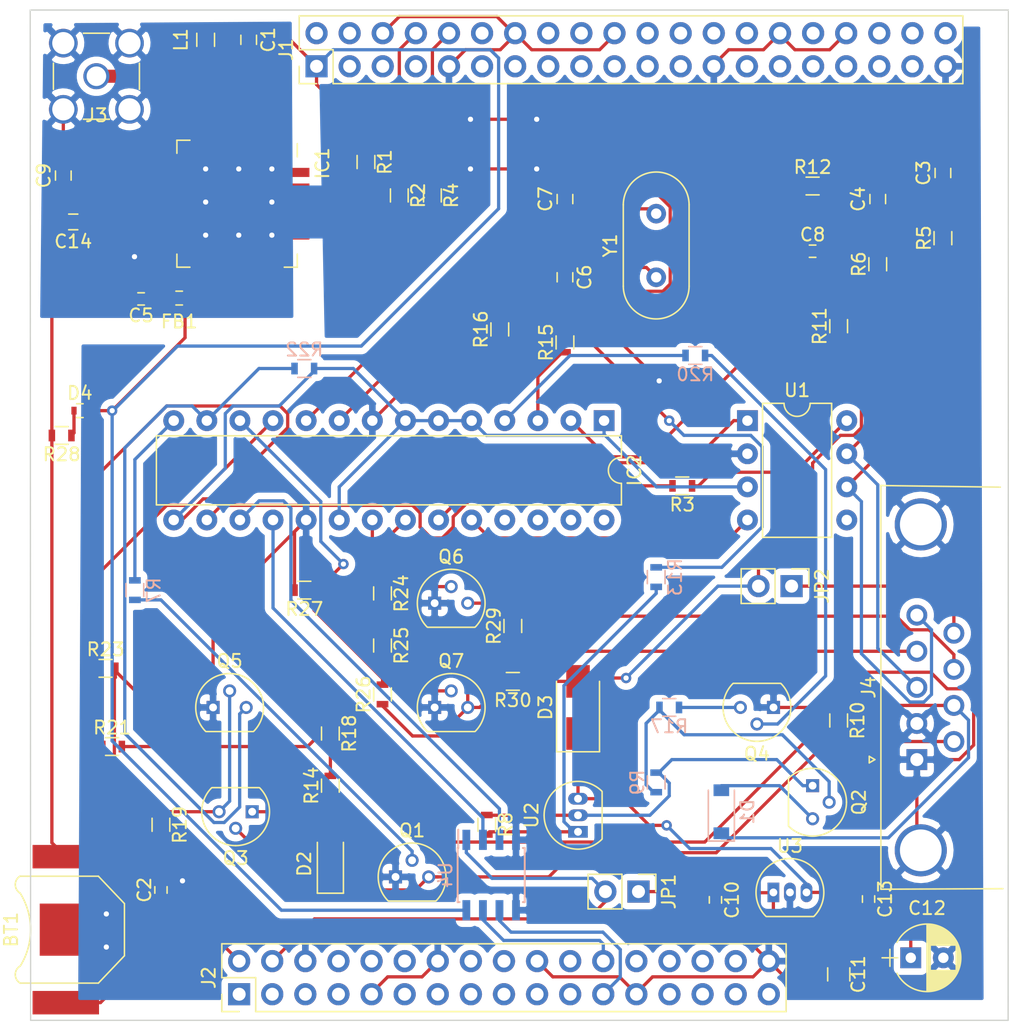
<source format=kicad_pcb>
(kicad_pcb (version 20171130) (host pcbnew "(5.1.0)-1")
  (layers (0 F.Cu signal) (31 B.Cu signal) (34 B.Paste user) (35 F.Paste user) (36 B.SilkS user) (37 F.SilkS user) (38 B.Mask user) (39 F.Mask user) (44 Edge.Cuts user))
  (net 0 "")
  (net 1 GND)
  (net 2 "Net-(IC2-Pad13)")
  (net 3 "Net-(Q3-Pad3)")
  (net 4 "Net-(Q4-Pad2)")
  (net 5 "Net-(Q4-Pad3)")
  (net 6 "Net-(Q3-Pad1)")
  (net 7 "Net-(D2-Pad2)")
  (net 8 "Net-(Q2-Pad2)")
  (net 9 "Net-(Q2-Pad1)")
  (net 10 J1850_Bus-)
  (net 11 "Net-(Q1-Pad2)")
  (net 12 "Net-(Q7-Pad2)")
  (net 13 ISO9141-2_K)
  (net 14 ISO9141-2_L)
  (net 15 "Net-(Q6-Pad2)")
  (net 16 "Net-(R13-Pad1)")
  (net 17 V12)
  (net 18 ELM_Pin14)
  (net 19 UART2_RX)
  (net 20 CAN_Low)
  (net 21 "Net-(C3-Pad1)")
  (net 22 "Net-(C4-Pad1)")
  (net 23 CAN_High)
  (net 24 J1850_Bus+)
  (net 25 Vbat)
  (net 26 "Net-(C8-Pad1)")
  (net 27 "Net-(R13-Pad2)")
  (net 28 PwrCntrl)
  (net 29 "Net-(R3-Pad1)")
  (net 30 "Net-(IC2-Pad3)")
  (net 31 +5V)
  (net 32 "Net-(IC2-Pad22)")
  (net 33 "Net-(IC2-Pad4)")
  (net 34 "Net-(IC2-Pad11)")
  (net 35 +3V3)
  (net 36 ELM_Pin12)
  (net 37 "Net-(IC2-Pad21)")
  (net 38 "Net-(J1-Pad40)")
  (net 39 "Net-(J1-Pad38)")
  (net 40 "Net-(J1-Pad37)")
  (net 41 "Net-(J1-Pad36)")
  (net 42 "Net-(J1-Pad35)")
  (net 43 "Net-(J1-Pad33)")
  (net 44 "Net-(J1-Pad32)")
  (net 45 "Net-(J1-Pad31)")
  (net 46 "Net-(J1-Pad29)")
  (net 47 "Net-(J1-Pad28)")
  (net 48 "Net-(J1-Pad27)")
  (net 49 "Net-(J1-Pad26)")
  (net 50 "Net-(J1-Pad24)")
  (net 51 "Net-(J1-Pad23)")
  (net 52 "Net-(J1-Pad22)")
  (net 53 "Net-(J1-Pad21)")
  (net 54 "Net-(J1-Pad19)")
  (net 55 "Net-(J1-Pad18)")
  (net 56 "Net-(J1-Pad17)")
  (net 57 "Net-(J1-Pad16)")
  (net 58 "Net-(J1-Pad15)")
  (net 59 "Net-(J1-Pad13)")
  (net 60 "Net-(J1-Pad12)")
  (net 61 "Net-(J1-Pad11)")
  (net 62 UART2_TX)
  (net 63 "Net-(J1-Pad7)")
  (net 64 "Net-(J1-Pad5)")
  (net 65 "Net-(J1-Pad4)")
  (net 66 "Net-(J1-Pad3)")
  (net 67 "Net-(J1-Pad2)")
  (net 68 "Net-(J2-Pad33)")
  (net 69 "Net-(J2-Pad32)")
  (net 70 "Net-(J2-Pad31)")
  (net 71 "Net-(J2-Pad30)")
  (net 72 "Net-(J2-Pad29)")
  (net 73 "Net-(J2-Pad28)")
  (net 74 "Net-(J2-Pad27)")
  (net 75 "Net-(J2-Pad26)")
  (net 76 UART3_RX)
  (net 77 UART3_TX)
  (net 78 "Net-(J2-Pad22)")
  (net 79 "Net-(J2-Pad21)")
  (net 80 "Net-(J2-Pad19)")
  (net 81 "Net-(J2-Pad18)")
  (net 82 "Net-(J2-Pad17)")
  (net 83 "Net-(J2-Pad16)")
  (net 84 "Net-(J2-Pad15)")
  (net 85 "Net-(J2-Pad13)")
  (net 86 "Net-(J2-Pad12)")
  (net 87 "Net-(J2-Pad11)")
  (net 88 "Net-(J2-Pad10)")
  (net 89 "Net-(J2-Pad8)")
  (net 90 "Net-(J2-Pad7)")
  (net 91 "Net-(J2-Pad5)")
  (net 92 "Net-(J2-Pad3)")
  (net 93 "Net-(J2-Pad1)")
  (net 94 CAN_RX)
  (net 95 "Net-(U1-Pad5)")
  (net 96 CAN_TX)
  (net 97 "Net-(IC2-Pad28)")
  (net 98 "Net-(IC2-Pad27)")
  (net 99 "Net-(IC2-Pad26)")
  (net 100 "Net-(IC2-Pad25)")
  (net 101 "Net-(C7-Pad1)")
  (net 102 "Net-(C6-Pad1)")
  (net 103 "Net-(IC1-Pad12)")
  (net 104 "Net-(IC1-Pad13)")
  (net 105 "Net-(IC1-Pad14)")
  (net 106 "Net-(IC1-Pad16)")
  (net 107 "Net-(IC1-Pad17)")
  (net 108 "Net-(IC1-Pad20)")
  (net 109 "Net-(IC1-Pad19)")
  (net 110 "Net-(BT1-Pad1)")
  (net 111 "Net-(C5-Pad1)")
  (net 112 Vbat-OBD)
  (net 113 "Net-(IC1-Pad2)")
  (net 114 "Net-(IC2-Pad17)")
  (net 115 "Net-(IC2-Pad18)")
  (net 116 "Net-(C10-Pad1)")
  (net 117 "Net-(IC1-Pad11)")
  (net 118 "Net-(IC1-Pad15)")
  (net 119 "Net-(IC1-Pad18)")
  (net 120 "Net-(D1-Pad2)")
  (net 121 "Net-(D4-Pad1)")
  (module DashSight-PCB-Footprints:Sierra_XM11X0 (layer F.Cu) (at 140.843 62.357 270)
    (fp_text reference IC1 (at -3.1 -6.55 270) (layer F.SilkS))
    (fp_text value XM1110)
    (pad 20 smd rect (at -2.4 -4.75 270) (size 0.7 1.6) (layers F.Cu F.Paste F.Mask) (net 108 "Net-(IC1-Pad20)"))
    (pad 19 smd rect (at -1.2 -4.75 270) (size 0.7 1.6) (layers F.Cu F.Paste F.Mask) (net 109 "Net-(IC1-Pad19)"))
    (pad 18 smd rect (at 0 -4.75 270) (size 0.7 1.6) (layers F.Cu F.Paste F.Mask) (net 119 "Net-(IC1-Pad18)"))
    (pad 17 smd rect (at 1.2 -4.75 270) (size 0.7 1.6) (layers F.Cu F.Paste F.Mask) (net 107 "Net-(IC1-Pad17)"))
    (pad 16 smd rect (at 2.4 -4.75 270) (size 0.7 1.6) (layers F.Cu F.Paste F.Mask) (net 106 "Net-(IC1-Pad16)"))
    (pad 10 smd rect (at 2.4 4.75 270) (size 0.7 1.6) (layers F.Cu F.Paste F.Mask))
    (pad 9 smd rect (at 1.2 4.75 270) (size 0.7 1.6) (layers F.Cu F.Paste F.Mask) (net 1 GND))
    (pad 8 smd rect (at 0 4.75 270) (size 0.7 1.6) (layers F.Cu F.Paste F.Mask) (net 110 "Net-(BT1-Pad1)"))
    (pad 7 smd rect (at -1.2 4.75 270) (size 0.7 1.6) (layers F.Cu F.Paste F.Mask) (net 111 "Net-(C5-Pad1)"))
    (pad 6 smd rect (at -2.4 4.75 270) (size 0.7 1.6) (layers F.Cu F.Paste F.Mask) (net 1 GND))
    (pad 15 smd rect (at 4.75 -2.4 270) (size 1.6 0.7) (layers F.Cu F.Paste F.Mask) (net 118 "Net-(IC1-Pad15)"))
    (pad 11 smd rect (at 4.75 2.4 270) (size 1.6 0.7) (layers F.Cu F.Paste F.Mask) (net 117 "Net-(IC1-Pad11)"))
    (pad 13 smd rect (at 4.75 0 270) (size 1.6 0.7) (layers F.Cu F.Paste F.Mask) (net 104 "Net-(IC1-Pad13)"))
    (pad 12 smd rect (at 4.75 1.2 270) (size 1.6 0.7) (layers F.Cu F.Paste F.Mask) (net 103 "Net-(IC1-Pad12)"))
    (pad 14 smd rect (at 4.75 -1.2 270) (size 1.6 0.7) (layers F.Cu F.Paste F.Mask) (net 105 "Net-(IC1-Pad14)"))
    (pad 5 smd rect (at -4.75 2.4 270) (size 1.6 0.7) (layers F.Cu F.Paste F.Mask) (net 1 GND))
    (pad 4 smd rect (at -4.75 1.2 270) (size 1.6 0.7) (layers F.Cu F.Paste F.Mask) (net 1 GND))
    (pad 3 smd rect (at -4.75 0 270) (size 1.6 0.7) (layers F.Cu F.Paste F.Mask) (net 1 GND))
    (pad 2 smd rect (at -4.75 -1.2 270) (size 1.6 0.7) (layers F.Cu F.Paste F.Mask) (net 113 "Net-(IC1-Pad2)"))
    (pad 1 smd rect (at -4.75 -2.4 270) (size 1.6 0.7) (layers F.Cu F.Paste F.Mask) (net 1 GND))
  )
  (module Capacitors_SMD:C_0402 (layer F.Cu) (at 133.477 69.6595 180)
    (fp_text reference C5 (at 0 -1.27 180) (layer F.SilkS))
    (fp_text value 0.1uF)
    (pad 1 smd rect (at -0.55 0 180) (size 0.6 0.5) (layers F.Cu F.Paste F.Mask) (net 111 "Net-(C5-Pad1)"))
    (pad 2 smd rect (at 0.55 0 180) (size 0.6 0.5) (layers F.Cu F.Paste F.Mask) (net 1 GND))
  )
  (module Capacitors_SMD:C_0402 (layer F.Cu) (at 177.546 115.7605 270)
    (fp_text reference C10 (at 0 -1.27 270) (layer F.SilkS))
    (fp_text value 0.1uF)
    (pad 1 smd rect (at -0.55 0 270) (size 0.6 0.5) (layers F.Cu F.Paste F.Mask) (net 116 "Net-(C10-Pad1)"))
    (pad 2 smd rect (at 0.55 0 270) (size 0.6 0.5) (layers F.Cu F.Paste F.Mask) (net 1 GND))
  )
  (module Capacitors_SMD:C_0402 (layer F.Cu) (at 189.2935 115.697 270)
    (fp_text reference C13 (at 0 -1.27 270) (layer F.SilkS))
    (fp_text value "0.1uF 50V")
    (pad 1 smd rect (at -0.55 0 270) (size 0.6 0.5) (layers F.Cu F.Paste F.Mask) (net 17 V12))
    (pad 2 smd rect (at 0.55 0 270) (size 0.6 0.5) (layers F.Cu F.Paste F.Mask) (net 1 GND))
  )
  (module Capacitors_SMD:C_0603 (layer F.Cu) (at 190 62 90)
    (fp_text reference C4 (at 0 -1.5 90) (layer F.SilkS))
    (fp_text value 560pF)
    (pad 2 smd rect (at 0.75 0 90) (size 0.8 0.75) (layers F.Cu F.Paste F.Mask) (net 1 GND))
    (pad 1 smd rect (at -0.75 0 90) (size 0.8 0.75) (layers F.Cu F.Paste F.Mask) (net 22 "Net-(C4-Pad1)"))
  )
  (module Capacitors_SMD:C_0603 (layer F.Cu) (at 127.508 60.198 90)
    (fp_text reference C9 (at 0 -1.5 90) (layer F.SilkS))
    (fp_text value 1uF)
    (pad 2 smd rect (at 0.75 0 90) (size 0.8 0.75) (layers F.Cu F.Paste F.Mask) (net 1 GND))
    (pad 1 smd rect (at -0.75 0 90) (size 0.8 0.75) (layers F.Cu F.Paste F.Mask) (net 111 "Net-(C5-Pad1)"))
  )
  (module Capacitors_SMD:C_0603 (layer F.Cu) (at 128.27 63.754 180)
    (fp_text reference C14 (at 0 -1.5 180) (layer F.SilkS))
    (fp_text value 1uF)
    (pad 2 smd rect (at 0.75 0 180) (size 0.8 0.75) (layers F.Cu F.Paste F.Mask) (net 1 GND))
    (pad 1 smd rect (at -0.75 0 180) (size 0.8 0.75) (layers F.Cu F.Paste F.Mask) (net 110 "Net-(BT1-Pad1)"))
  )
  (module Capacitors_SMD:C_0805 (layer F.Cu) (at 187.0075 121.4755 270)
    (fp_text reference C11 (at 0 -1.5 270) (layer F.SilkS))
    (fp_text value "4.7uF 10V")
    (pad 1 smd rect (at -1 0 270) (size 1 1.25) (layers F.Cu F.Paste F.Mask) (net 116 "Net-(C10-Pad1)"))
    (pad 2 smd rect (at 1 0 270) (size 1 1.25) (layers F.Cu F.Paste F.Mask) (net 1 GND))
  )
  (module Capacitors_THT:CP_Radial_D5.0mm_P2.50mm (layer F.Cu) (at 192.532 120.2055)
    (fp_text reference C12 (at 1.25 -3.81) (layer F.SilkS))
    (fp_text value "2.2uF 50V")
    (pad 1 thru_hole rect (at 0 0) (size 1.6 1.6) (drill 0.8) (layers *.Cu *.Mask) (net 17 V12))
    (pad 2 thru_hole circle (at 2.5 0) (size 1.6 1.6) (drill 0.8) (layers *.Cu *.Mask) (net 1 GND))
  )
  (module DashSight-PCB-Footprints:BatteryHolder_Keystone_2998_1x6.8mm (layer F.Cu) (at 127.6985 118.0465 90)
    (fp_text reference BT1 (at 0 -4.2 90) (layer F.SilkS))
    (fp_text value 6.8mm-Coin-Cell)
    (pad 2 smd rect (at 0 0 90) (size 4 4) (layers F.Cu F.Paste F.Mask) (net 1 GND))
    (pad 1 smd rect (at 5.6 0 90) (size 1.8 5.1) (layers F.Cu F.Paste F.Mask) (net 110 "Net-(BT1-Pad1)"))
    (pad 1 smd rect (at -5.6 0 90) (size 1.8 5.1) (layers F.Cu F.Paste F.Mask) (net 110 "Net-(BT1-Pad1)"))
  )
  (module Diodes_SMD:D_SMA (layer F.Cu) (at 167 101 90)
    (fp_text reference D3 (at 0 -2.5 90) (layer F.SilkS))
    (fp_text value 1N5819)
    (pad 1 smd rect (at -2 0 90) (size 2.5 1.8) (layers F.Cu F.Paste F.Mask) (net 17 V12))
    (pad 2 smd rect (at 2 0 90) (size 2.5 1.8) (layers F.Cu F.Paste F.Mask) (net 25 Vbat))
  )
  (module Diodes_SMD:D_SOD-123 (layer B.Cu) (at 178 109 90)
    (fp_text reference D1 (at 0 2 90) (layer B.SilkS) (effects (justify mirror)))
    (fp_text value 1N4148)
    (pad 1 smd rect (at -1.65 0 90) (size 0.9 1.2) (layers B.Cu B.Paste B.Mask) (net 24 J1850_Bus+))
    (pad 2 smd rect (at 1.65 0 90) (size 0.9 1.2) (layers B.Cu B.Paste B.Mask) (net 120 "Net-(D1-Pad2)"))
  )
  (module Resistors_SMD:R_0402 (layer F.Cu) (at 128.778 78.232)
    (fp_text reference D4 (at 0 -1.35) (layer F.SilkS))
    (fp_text value 0.5A/40V/420mV)
    (pad 1 smd rect (at -0.45 0) (size 0.4 0.6) (layers F.Cu F.Paste F.Mask) (net 121 "Net-(D4-Pad1)"))
    (pad 2 smd rect (at 0.45 0) (size 0.4 0.6) (layers F.Cu F.Paste F.Mask) (net 35 +3V3))
  )
  (module Capacitors_SMD:C_0603 (layer F.Cu) (at 141.732 49.784 270)
    (fp_text reference C1 (at 0 -1.5 270) (layer F.SilkS))
    (fp_text value 1uF)
    (pad 2 smd rect (at 0.75 0 270) (size 0.8 0.75) (layers F.Cu F.Paste F.Mask) (net 1 GND))
    (pad 1 smd rect (at -0.75 0 270) (size 0.8 0.75) (layers F.Cu F.Paste F.Mask) (net 35 +3V3))
  )
  (module Pin_Headers:Pin_Header_Straight_1x02_Pitch2.54mm (layer F.Cu) (at 171.6405 115.1255 270)
    (fp_text reference JP1 (at 0 -2.33 270) (layer F.SilkS))
    (fp_text value DCIn-JP)
    (pad 1 thru_hole rect (at 0 0 270) (size 1.7 1.7) (drill 1) (layers *.Cu *.Mask) (net 116 "Net-(C10-Pad1)"))
    (pad 2 thru_hole oval (at 0 2.54 270) (size 1.7 1.7) (drill 1) (layers *.Cu *.Mask) (net 31 +5V))
  )
  (module Pin_Headers:Pin_Header_Straight_1x02_Pitch2.54mm (layer F.Cu) (at 183.388 91.694 270)
    (fp_text reference JP2 (at 0 -2.33 270) (layer F.SilkS))
    (fp_text value Vbat-JP)
    (pad 2 thru_hole oval (at 0 2.54 270) (size 1.7 1.7) (drill 1) (layers *.Cu *.Mask) (net 25 Vbat))
    (pad 1 thru_hole rect (at 0 0 270) (size 1.7 1.7) (drill 1) (layers *.Cu *.Mask) (net 112 Vbat-OBD))
  )
  (module Housings_SOIC:SOIC-8_3.9x4.9mm_Pitch1.27mm (layer B.Cu) (at 160.3375 113.8555 270)
    (fp_text reference U4 (at 0 3.5 270) (layer B.SilkS) (effects (justify mirror)))
    (fp_text value ADuM1201AR)
    (pad 1 smd rect (at -2.7 1.905 270) (size 1.55 0.6) (layers B.Cu B.Paste B.Mask) (net 31 +5V))
    (pad 2 smd rect (at -2.7 0.635 270) (size 1.55 0.6) (layers B.Cu B.Paste B.Mask) (net 115 "Net-(IC2-Pad18)"))
    (pad 3 smd rect (at -2.7 -0.635 270) (size 1.55 0.6) (layers B.Cu B.Paste B.Mask) (net 114 "Net-(IC2-Pad17)"))
    (pad 4 smd rect (at -2.7 -1.905 270) (size 1.55 0.6) (layers B.Cu B.Paste B.Mask) (net 1 GND))
    (pad 5 smd rect (at 2.7 -1.905 270) (size 1.55 0.6) (layers B.Cu B.Paste B.Mask) (net 1 GND))
    (pad 6 smd rect (at 2.7 -0.635 270) (size 1.55 0.6) (layers B.Cu B.Paste B.Mask) (net 76 UART3_RX))
    (pad 7 smd rect (at 2.7 0.635 270) (size 1.55 0.6) (layers B.Cu B.Paste B.Mask) (net 77 UART3_TX))
    (pad 8 smd rect (at 2.7 1.905 270) (size 1.55 0.6) (layers B.Cu B.Paste B.Mask) (net 35 +3V3))
  )
  (module Diodes_SMD:D_SOD-123 (layer F.Cu) (at 148 113 90)
    (fp_text reference D2 (at 0 -2 90) (layer F.SilkS))
    (fp_text value 1N4148)
    (pad 1 smd rect (at -1.65 0 90) (size 0.9 1.2) (layers F.Cu F.Paste F.Mask) (net 10 J1850_Bus-))
    (pad 2 smd rect (at 1.65 0 90) (size 0.9 1.2) (layers F.Cu F.Paste F.Mask) (net 7 "Net-(D2-Pad2)"))
  )
  (module Inductors_SMD:L_0402 (layer F.Cu) (at 136.398 69.596 180)
    (fp_text reference FB1 (at 0 -1.8 180) (layer F.SilkS))
    (fp_text value 600Ohm/100MHz)
    (pad 1 smd rect (at -0.45 0 180) (size 0.4 0.6) (layers F.Cu F.Paste F.Mask) (net 35 +3V3))
    (pad 2 smd rect (at 0.45 0 180) (size 0.4 0.6) (layers F.Cu F.Paste F.Mask) (net 111 "Net-(C5-Pad1)"))
  )
  (module TO_SOT_Packages_THT:TO-92_Inline_Narrow_Oval (layer F.Cu) (at 181.991 115.189)
    (fp_text reference U3 (at 1.27 -3.56) (layer F.SilkS))
    (fp_text value LP2950-3.0_TO92)
    (pad 2 thru_hole oval (at 1.27 0 180) (size 0.9 1.5) (drill 0.6) (layers *.Cu *.Mask) (net 1 GND))
    (pad 3 thru_hole oval (at 2.54 0 180) (size 0.9 1.5) (drill 0.6) (layers *.Cu *.Mask) (net 17 V12))
    (pad 1 thru_hole rect (at 0 0 180) (size 0.9 1.5) (drill 0.6) (layers *.Cu *.Mask) (net 116 "Net-(C10-Pad1)"))
  )
  (module DashSight-PCB-Footprints:OBD2-Connector (layer F.Cu) (at 193 105 90)
    (fp_text reference J4 (at 5.54 -3.7 90) (layer F.SilkS))
    (fp_text value OBD2-DB9_Male)
    (pad 0 thru_hole circle (at 18.04 0.3 90) (size 4 4) (drill 3.2) (layers *.Cu *.Mask) (net 1 GND))
    (pad 0 thru_hole circle (at -6.96 0.3 90) (size 4 4) (drill 3.2) (layers *.Cu *.Mask) (net 1 GND))
    (pad 9 thru_hole circle (at 9.695 2.84 90) (size 1.6 1.6) (drill 1) (layers *.Cu *.Mask) (net 112 Vbat-OBD))
    (pad 8 thru_hole circle (at 6.925 2.84 90) (size 1.6 1.6) (drill 1) (layers *.Cu *.Mask) (net 14 ISO9141-2_L))
    (pad 7 thru_hole circle (at 4.155 2.84 90) (size 1.6 1.6) (drill 1) (layers *.Cu *.Mask) (net 24 J1850_Bus+))
    (pad 6 thru_hole circle (at 1.385 2.84 90) (size 1.6 1.6) (drill 1) (layers *.Cu *.Mask) (net 10 J1850_Bus-))
    (pad 5 thru_hole circle (at 11.08 0 90) (size 1.6 1.6) (drill 1) (layers *.Cu *.Mask) (net 20 CAN_Low))
    (pad 4 thru_hole circle (at 8.31 0 90) (size 1.6 1.6) (drill 1) (layers *.Cu *.Mask) (net 13 ISO9141-2_K))
    (pad 3 thru_hole circle (at 5.54 0 90) (size 1.6 1.6) (drill 1) (layers *.Cu *.Mask) (net 23 CAN_High))
    (pad 2 thru_hole circle (at 2.77 0 90) (size 1.6 1.6) (drill 1) (layers *.Cu *.Mask) (net 1 GND))
    (pad 1 thru_hole rect (at 0 0 90) (size 1.6 1.6) (drill 1) (layers *.Cu *.Mask) (net 1 GND))
  )
  (module Housings_DIP:DIP-28_W7.62mm (layer F.Cu) (at 169 79 270)
    (fp_text reference IC2 (at 3.81 -2.33 270) (layer F.SilkS))
    (fp_text value ELM327)
    (pad 1 thru_hole rect (at 0 0 270) (size 1.6 1.6) (drill 0.8) (layers *.Cu *.Mask) (net 31 +5V))
    (pad 15 thru_hole oval (at 7.62 33.02 270) (size 1.6 1.6) (drill 0.8) (layers *.Cu *.Mask) (net 31 +5V))
    (pad 2 thru_hole oval (at 0 2.54 270) (size 1.6 1.6) (drill 0.8) (layers *.Cu *.Mask) (net 26 "Net-(C8-Pad1)"))
    (pad 16 thru_hole oval (at 7.62 30.48 270) (size 1.6 1.6) (drill 0.8) (layers *.Cu *.Mask) (net 28 PwrCntrl))
    (pad 3 thru_hole oval (at 0 5.08 270) (size 1.6 1.6) (drill 0.8) (layers *.Cu *.Mask) (net 30 "Net-(IC2-Pad3)"))
    (pad 17 thru_hole oval (at 7.62 27.94 270) (size 1.6 1.6) (drill 0.8) (layers *.Cu *.Mask) (net 114 "Net-(IC2-Pad17)"))
    (pad 4 thru_hole oval (at 0 7.62 270) (size 1.6 1.6) (drill 0.8) (layers *.Cu *.Mask) (net 33 "Net-(IC2-Pad4)"))
    (pad 18 thru_hole oval (at 7.62 25.4 270) (size 1.6 1.6) (drill 0.8) (layers *.Cu *.Mask) (net 115 "Net-(IC2-Pad18)"))
    (pad 5 thru_hole oval (at 0 10.16 270) (size 1.6 1.6) (drill 0.8) (layers *.Cu *.Mask) (net 31 +5V))
    (pad 19 thru_hole oval (at 7.62 22.86 270) (size 1.6 1.6) (drill 0.8) (layers *.Cu *.Mask) (net 1 GND))
    (pad 6 thru_hole oval (at 0 12.7 270) (size 1.6 1.6) (drill 0.8) (layers *.Cu *.Mask) (net 31 +5V))
    (pad 20 thru_hole oval (at 7.62 20.32 270) (size 1.6 1.6) (drill 0.8) (layers *.Cu *.Mask) (net 31 +5V))
    (pad 7 thru_hole oval (at 0 15.24 270) (size 1.6 1.6) (drill 0.8) (layers *.Cu *.Mask) (net 31 +5V))
    (pad 21 thru_hole oval (at 7.62 17.78 270) (size 1.6 1.6) (drill 0.8) (layers *.Cu *.Mask) (net 37 "Net-(IC2-Pad21)"))
    (pad 8 thru_hole oval (at 0 17.78 270) (size 1.6 1.6) (drill 0.8) (layers *.Cu *.Mask) (net 1 GND))
    (pad 22 thru_hole oval (at 7.62 15.24 270) (size 1.6 1.6) (drill 0.8) (layers *.Cu *.Mask) (net 32 "Net-(IC2-Pad22)"))
    (pad 9 thru_hole oval (at 0 20.32 270) (size 1.6 1.6) (drill 0.8) (layers *.Cu *.Mask) (net 102 "Net-(C6-Pad1)"))
    (pad 23 thru_hole oval (at 7.62 12.7 270) (size 1.6 1.6) (drill 0.8) (layers *.Cu *.Mask) (net 96 CAN_TX))
    (pad 10 thru_hole oval (at 0 22.86 270) (size 1.6 1.6) (drill 0.8) (layers *.Cu *.Mask) (net 101 "Net-(C7-Pad1)"))
    (pad 24 thru_hole oval (at 7.62 10.16 270) (size 1.6 1.6) (drill 0.8) (layers *.Cu *.Mask) (net 94 CAN_RX))
    (pad 11 thru_hole oval (at 0 25.4 270) (size 1.6 1.6) (drill 0.8) (layers *.Cu *.Mask) (net 34 "Net-(IC2-Pad11)"))
    (pad 25 thru_hole oval (at 7.62 7.62 270) (size 1.6 1.6) (drill 0.8) (layers *.Cu *.Mask) (net 100 "Net-(IC2-Pad25)"))
    (pad 12 thru_hole oval (at 0 27.94 270) (size 1.6 1.6) (drill 0.8) (layers *.Cu *.Mask) (net 36 ELM_Pin12))
    (pad 26 thru_hole oval (at 7.62 5.08 270) (size 1.6 1.6) (drill 0.8) (layers *.Cu *.Mask) (net 99 "Net-(IC2-Pad26)"))
    (pad 13 thru_hole oval (at 0 30.48 270) (size 1.6 1.6) (drill 0.8) (layers *.Cu *.Mask) (net 2 "Net-(IC2-Pad13)"))
    (pad 27 thru_hole oval (at 7.62 2.54 270) (size 1.6 1.6) (drill 0.8) (layers *.Cu *.Mask) (net 98 "Net-(IC2-Pad27)"))
    (pad 14 thru_hole oval (at 0 33.02 270) (size 1.6 1.6) (drill 0.8) (layers *.Cu *.Mask) (net 18 ELM_Pin14))
    (pad 28 thru_hole oval (at 7.62 0 270) (size 1.6 1.6) (drill 0.8) (layers *.Cu *.Mask) (net 97 "Net-(IC2-Pad28)"))
  )
  (module Resistors_SMD:R_0603 (layer B.Cu) (at 173 106.75 270)
    (fp_text reference R9 (at 0 1.45 270) (layer B.SilkS) (effects (justify mirror)))
    (fp_text value 10K)
    (pad 1 smd rect (at -0.75 0 270) (size 0.5 0.9) (layers B.Cu B.Paste B.Mask) (net 9 "Net-(Q2-Pad1)"))
    (pad 2 smd rect (at 0.75 0 270) (size 0.5 0.9) (layers B.Cu B.Paste B.Mask) (net 8 "Net-(Q2-Pad2)"))
  )
  (module Capacitors_SMD:C_0402 (layer F.Cu) (at 135 115 90)
    (fp_text reference C2 (at 0 -1.27 90) (layer F.SilkS))
    (fp_text value 0.1uF)
    (pad 1 smd rect (at -0.55 0 90) (size 0.6 0.5) (layers F.Cu F.Paste F.Mask) (net 31 +5V))
    (pad 2 smd rect (at 0.55 0 90) (size 0.6 0.5) (layers F.Cu F.Paste F.Mask) (net 1 GND))
  )
  (module Capacitors_SMD:C_0402 (layer F.Cu) (at 185 66)
    (fp_text reference C8 (at 0 -1.27) (layer F.SilkS))
    (fp_text value 0.1uF)
    (pad 1 smd rect (at -0.55 0) (size 0.6 0.5) (layers F.Cu F.Paste F.Mask) (net 26 "Net-(C8-Pad1)"))
    (pad 2 smd rect (at 0.55 0) (size 0.6 0.5) (layers F.Cu F.Paste F.Mask) (net 1 GND))
  )
  (module Capacitors_SMD:C_0603 (layer F.Cu) (at 195 60 90)
    (fp_text reference C3 (at 0 -1.5 90) (layer F.SilkS))
    (fp_text value 560pF)
    (pad 2 smd rect (at 0.75 0 90) (size 0.8 0.75) (layers F.Cu F.Paste F.Mask) (net 1 GND))
    (pad 1 smd rect (at -0.75 0 90) (size 0.8 0.75) (layers F.Cu F.Paste F.Mask) (net 21 "Net-(C3-Pad1)"))
  )
  (module Capacitors_SMD:C_0603 (layer F.Cu) (at 166 68 270)
    (fp_text reference C6 (at 0 -1.5 270) (layer F.SilkS))
    (fp_text value 27pF)
    (pad 2 smd rect (at 0.75 0 270) (size 0.8 0.75) (layers F.Cu F.Paste F.Mask) (net 1 GND))
    (pad 1 smd rect (at -0.75 0 270) (size 0.8 0.75) (layers F.Cu F.Paste F.Mask) (net 102 "Net-(C6-Pad1)"))
  )
  (module Capacitors_SMD:C_0603 (layer F.Cu) (at 166 62 90)
    (fp_text reference C7 (at 0 -1.5 90) (layer F.SilkS))
    (fp_text value 27pF)
    (pad 2 smd rect (at 0.75 0 90) (size 0.8 0.75) (layers F.Cu F.Paste F.Mask) (net 1 GND))
    (pad 1 smd rect (at -0.75 0 90) (size 0.8 0.75) (layers F.Cu F.Paste F.Mask) (net 101 "Net-(C7-Pad1)"))
  )
  (module Connectors:SMA_THT_Jack_Straight (layer F.Cu) (at 130.048 52.578)
    (fp_text reference J3 (at 0 3) (layer F.SilkS))
    (fp_text value Conn_Coaxial)
    (pad 2 thru_hole circle (at -2.54 2.54) (size 2.2 2.2) (drill 1.7) (layers *.Cu *.Mask) (net 1 GND))
    (pad 2 thru_hole circle (at -2.54 -2.54) (size 2.2 2.2) (drill 1.7) (layers *.Cu *.Mask) (net 1 GND))
    (pad 2 thru_hole circle (at 2.54 -2.54) (size 2.2 2.2) (drill 1.7) (layers *.Cu *.Mask) (net 1 GND))
    (pad 2 thru_hole circle (at 2.54 2.54) (size 2.2 2.2) (drill 1.7) (layers *.Cu *.Mask) (net 1 GND))
    (pad 1 thru_hole circle (at 0 0) (size 2 2) (drill 1.5) (layers *.Cu *.Mask) (net 113 "Net-(IC1-Pad2)"))
  )
  (module Crystals:Crystal_HC49-U_Vertical (layer F.Cu) (at 173 68 90)
    (fp_text reference Y1 (at 2.44 -3.525 90) (layer F.SilkS))
    (fp_text value 4.0MHz)
    (pad 1 thru_hole circle (at 0 0 90) (size 1.5 1.5) (drill 0.8) (layers *.Cu *.Mask) (net 102 "Net-(C6-Pad1)"))
    (pad 2 thru_hole circle (at 4.88 0 90) (size 1.5 1.5) (drill 0.8) (layers *.Cu *.Mask) (net 101 "Net-(C7-Pad1)"))
  )
  (module Housings_DIP:DIP-8_W7.62mm (layer F.Cu) (at 180 79)
    (fp_text reference U1 (at 3.81 -2.33) (layer F.SilkS))
    (fp_text value MCP2561-E/P)
    (pad 1 thru_hole rect (at 0 0) (size 1.6 1.6) (drill 0.8) (layers *.Cu *.Mask) (net 96 CAN_TX))
    (pad 5 thru_hole oval (at 7.62 7.62) (size 1.6 1.6) (drill 0.8) (layers *.Cu *.Mask) (net 95 "Net-(U1-Pad5)"))
    (pad 2 thru_hole oval (at 0 2.54) (size 1.6 1.6) (drill 0.8) (layers *.Cu *.Mask) (net 1 GND))
    (pad 6 thru_hole oval (at 7.62 5.08) (size 1.6 1.6) (drill 0.8) (layers *.Cu *.Mask) (net 20 CAN_Low))
    (pad 3 thru_hole oval (at 0 5.08) (size 1.6 1.6) (drill 0.8) (layers *.Cu *.Mask) (net 31 +5V))
    (pad 7 thru_hole oval (at 7.62 2.54) (size 1.6 1.6) (drill 0.8) (layers *.Cu *.Mask) (net 23 CAN_High))
    (pad 4 thru_hole oval (at 0 7.62) (size 1.6 1.6) (drill 0.8) (layers *.Cu *.Mask) (net 94 CAN_RX))
    (pad 8 thru_hole oval (at 7.62 0) (size 1.6 1.6) (drill 0.8) (layers *.Cu *.Mask) (net 29 "Net-(R3-Pad1)"))
  )
  (module Inductors_SMD:L_0603 (layer F.Cu) (at 138.43 49.784 90)
    (fp_text reference L1 (at 0 -1.9 90) (layer F.SilkS))
    (fp_text value 33nH)
    (pad 1 smd rect (at -0.75 0 90) (size 0.5 0.9) (layers F.Cu F.Paste F.Mask) (net 113 "Net-(IC1-Pad2)"))
    (pad 2 smd rect (at 0.75 0 90) (size 0.5 0.9) (layers F.Cu F.Paste F.Mask) (net 35 +3V3))
  )
  (module Pin_Headers:Pin_Header_Straight_2x17_Pitch2.54mm (layer F.Cu) (at 141 123 90)
    (fp_text reference J2 (at 1.27 -2.33 90) (layer F.SilkS))
    (fp_text value "Euler Connector")
    (pad 1 thru_hole rect (at 0 0 90) (size 1.7 1.7) (drill 1) (layers *.Cu *.Mask) (net 93 "Net-(J2-Pad1)"))
    (pad 2 thru_hole oval (at 2.54 0 90) (size 1.7 1.7) (drill 1) (layers *.Cu *.Mask) (net 31 +5V))
    (pad 3 thru_hole oval (at 0 2.54 90) (size 1.7 1.7) (drill 1) (layers *.Cu *.Mask) (net 92 "Net-(J2-Pad3)"))
    (pad 4 thru_hole oval (at 2.54 2.54 90) (size 1.7 1.7) (drill 1) (layers *.Cu *.Mask) (net 31 +5V))
    (pad 5 thru_hole oval (at 0 5.08 90) (size 1.7 1.7) (drill 1) (layers *.Cu *.Mask) (net 91 "Net-(J2-Pad5)"))
    (pad 6 thru_hole oval (at 2.54 5.08 90) (size 1.7 1.7) (drill 1) (layers *.Cu *.Mask) (net 1 GND))
    (pad 7 thru_hole oval (at 0 7.62 90) (size 1.7 1.7) (drill 1) (layers *.Cu *.Mask) (net 90 "Net-(J2-Pad7)"))
    (pad 8 thru_hole oval (at 2.54 7.62 90) (size 1.7 1.7) (drill 1) (layers *.Cu *.Mask) (net 89 "Net-(J2-Pad8)"))
    (pad 9 thru_hole oval (at 0 10.16 90) (size 1.7 1.7) (drill 1) (layers *.Cu *.Mask) (net 1 GND))
    (pad 10 thru_hole oval (at 2.54 10.16 90) (size 1.7 1.7) (drill 1) (layers *.Cu *.Mask) (net 88 "Net-(J2-Pad10)"))
    (pad 11 thru_hole oval (at 0 12.7 90) (size 1.7 1.7) (drill 1) (layers *.Cu *.Mask) (net 87 "Net-(J2-Pad11)"))
    (pad 12 thru_hole oval (at 2.54 12.7 90) (size 1.7 1.7) (drill 1) (layers *.Cu *.Mask) (net 86 "Net-(J2-Pad12)"))
    (pad 13 thru_hole oval (at 0 15.24 90) (size 1.7 1.7) (drill 1) (layers *.Cu *.Mask) (net 85 "Net-(J2-Pad13)"))
    (pad 14 thru_hole oval (at 2.54 15.24 90) (size 1.7 1.7) (drill 1) (layers *.Cu *.Mask) (net 1 GND))
    (pad 15 thru_hole oval (at 0 17.78 90) (size 1.7 1.7) (drill 1) (layers *.Cu *.Mask) (net 84 "Net-(J2-Pad15)"))
    (pad 16 thru_hole oval (at 2.54 17.78 90) (size 1.7 1.7) (drill 1) (layers *.Cu *.Mask) (net 83 "Net-(J2-Pad16)"))
    (pad 17 thru_hole oval (at 0 20.32 90) (size 1.7 1.7) (drill 1) (layers *.Cu *.Mask) (net 82 "Net-(J2-Pad17)"))
    (pad 18 thru_hole oval (at 2.54 20.32 90) (size 1.7 1.7) (drill 1) (layers *.Cu *.Mask) (net 81 "Net-(J2-Pad18)"))
    (pad 19 thru_hole oval (at 0 22.86 90) (size 1.7 1.7) (drill 1) (layers *.Cu *.Mask) (net 80 "Net-(J2-Pad19)"))
    (pad 20 thru_hole oval (at 2.54 22.86 90) (size 1.7 1.7) (drill 1) (layers *.Cu *.Mask) (net 1 GND))
    (pad 21 thru_hole oval (at 0 25.4 90) (size 1.7 1.7) (drill 1) (layers *.Cu *.Mask) (net 79 "Net-(J2-Pad21)"))
    (pad 22 thru_hole oval (at 2.54 25.4 90) (size 1.7 1.7) (drill 1) (layers *.Cu *.Mask) (net 78 "Net-(J2-Pad22)"))
    (pad 23 thru_hole oval (at 0 27.94 90) (size 1.7 1.7) (drill 1) (layers *.Cu *.Mask) (net 76 UART3_RX))
    (pad 24 thru_hole oval (at 2.54 27.94 90) (size 1.7 1.7) (drill 1) (layers *.Cu *.Mask) (net 77 UART3_TX))
    (pad 25 thru_hole oval (at 0 30.48 90) (size 1.7 1.7) (drill 1) (layers *.Cu *.Mask) (net 1 GND))
    (pad 26 thru_hole oval (at 2.54 30.48 90) (size 1.7 1.7) (drill 1) (layers *.Cu *.Mask) (net 75 "Net-(J2-Pad26)"))
    (pad 27 thru_hole oval (at 0 33.02 90) (size 1.7 1.7) (drill 1) (layers *.Cu *.Mask) (net 74 "Net-(J2-Pad27)"))
    (pad 28 thru_hole oval (at 2.54 33.02 90) (size 1.7 1.7) (drill 1) (layers *.Cu *.Mask) (net 73 "Net-(J2-Pad28)"))
    (pad 29 thru_hole oval (at 0 35.56 90) (size 1.7 1.7) (drill 1) (layers *.Cu *.Mask) (net 72 "Net-(J2-Pad29)"))
    (pad 30 thru_hole oval (at 2.54 35.56 90) (size 1.7 1.7) (drill 1) (layers *.Cu *.Mask) (net 71 "Net-(J2-Pad30)"))
    (pad 31 thru_hole oval (at 0 38.1 90) (size 1.7 1.7) (drill 1) (layers *.Cu *.Mask) (net 70 "Net-(J2-Pad31)"))
    (pad 32 thru_hole oval (at 2.54 38.1 90) (size 1.7 1.7) (drill 1) (layers *.Cu *.Mask) (net 69 "Net-(J2-Pad32)"))
    (pad 33 thru_hole oval (at 0 40.64 90) (size 1.7 1.7) (drill 1) (layers *.Cu *.Mask) (net 68 "Net-(J2-Pad33)"))
    (pad 34 thru_hole oval (at 2.54 40.64 90) (size 1.7 1.7) (drill 1) (layers *.Cu *.Mask) (net 1 GND))
  )
  (module Pin_Headers:Pin_Header_Straight_2x20_Pitch2.54mm (layer F.Cu) (at 146.939 51.816 90)
    (fp_text reference J1 (at 1.27 -2.33 90) (layer F.SilkS))
    (fp_text value "Pi2 Connector")
    (pad 1 thru_hole rect (at 0 0 90) (size 1.7 1.7) (drill 1) (layers *.Cu *.Mask) (net 35 +3V3))
    (pad 2 thru_hole oval (at 2.54 0 90) (size 1.7 1.7) (drill 1) (layers *.Cu *.Mask) (net 67 "Net-(J1-Pad2)"))
    (pad 3 thru_hole oval (at 0 2.54 90) (size 1.7 1.7) (drill 1) (layers *.Cu *.Mask) (net 66 "Net-(J1-Pad3)"))
    (pad 4 thru_hole oval (at 2.54 2.54 90) (size 1.7 1.7) (drill 1) (layers *.Cu *.Mask) (net 65 "Net-(J1-Pad4)"))
    (pad 5 thru_hole oval (at 0 5.08 90) (size 1.7 1.7) (drill 1) (layers *.Cu *.Mask) (net 64 "Net-(J1-Pad5)"))
    (pad 6 thru_hole oval (at 2.54 5.08 90) (size 1.7 1.7) (drill 1) (layers *.Cu *.Mask) (net 1 GND))
    (pad 7 thru_hole oval (at 0 7.62 90) (size 1.7 1.7) (drill 1) (layers *.Cu *.Mask) (net 63 "Net-(J1-Pad7)"))
    (pad 8 thru_hole oval (at 2.54 7.62 90) (size 1.7 1.7) (drill 1) (layers *.Cu *.Mask) (net 62 UART2_TX))
    (pad 9 thru_hole oval (at 0 10.16 90) (size 1.7 1.7) (drill 1) (layers *.Cu *.Mask) (net 1 GND))
    (pad 10 thru_hole oval (at 2.54 10.16 90) (size 1.7 1.7) (drill 1) (layers *.Cu *.Mask) (net 19 UART2_RX))
    (pad 11 thru_hole oval (at 0 12.7 90) (size 1.7 1.7) (drill 1) (layers *.Cu *.Mask) (net 61 "Net-(J1-Pad11)"))
    (pad 12 thru_hole oval (at 2.54 12.7 90) (size 1.7 1.7) (drill 1) (layers *.Cu *.Mask) (net 60 "Net-(J1-Pad12)"))
    (pad 13 thru_hole oval (at 0 15.24 90) (size 1.7 1.7) (drill 1) (layers *.Cu *.Mask) (net 59 "Net-(J1-Pad13)"))
    (pad 14 thru_hole oval (at 2.54 15.24 90) (size 1.7 1.7) (drill 1) (layers *.Cu *.Mask) (net 1 GND))
    (pad 15 thru_hole oval (at 0 17.78 90) (size 1.7 1.7) (drill 1) (layers *.Cu *.Mask) (net 58 "Net-(J1-Pad15)"))
    (pad 16 thru_hole oval (at 2.54 17.78 90) (size 1.7 1.7) (drill 1) (layers *.Cu *.Mask) (net 57 "Net-(J1-Pad16)"))
    (pad 17 thru_hole oval (at 0 20.32 90) (size 1.7 1.7) (drill 1) (layers *.Cu *.Mask) (net 56 "Net-(J1-Pad17)"))
    (pad 18 thru_hole oval (at 2.54 20.32 90) (size 1.7 1.7) (drill 1) (layers *.Cu *.Mask) (net 55 "Net-(J1-Pad18)"))
    (pad 19 thru_hole oval (at 0 22.86 90) (size 1.7 1.7) (drill 1) (layers *.Cu *.Mask) (net 54 "Net-(J1-Pad19)"))
    (pad 20 thru_hole oval (at 2.54 22.86 90) (size 1.7 1.7) (drill 1) (layers *.Cu *.Mask) (net 1 GND))
    (pad 21 thru_hole oval (at 0 25.4 90) (size 1.7 1.7) (drill 1) (layers *.Cu *.Mask) (net 53 "Net-(J1-Pad21)"))
    (pad 22 thru_hole oval (at 2.54 25.4 90) (size 1.7 1.7) (drill 1) (layers *.Cu *.Mask) (net 52 "Net-(J1-Pad22)"))
    (pad 23 thru_hole oval (at 0 27.94 90) (size 1.7 1.7) (drill 1) (layers *.Cu *.Mask) (net 51 "Net-(J1-Pad23)"))
    (pad 24 thru_hole oval (at 2.54 27.94 90) (size 1.7 1.7) (drill 1) (layers *.Cu *.Mask) (net 50 "Net-(J1-Pad24)"))
    (pad 25 thru_hole oval (at 0 30.48 90) (size 1.7 1.7) (drill 1) (layers *.Cu *.Mask) (net 1 GND))
    (pad 26 thru_hole oval (at 2.54 30.48 90) (size 1.7 1.7) (drill 1) (layers *.Cu *.Mask) (net 49 "Net-(J1-Pad26)"))
    (pad 27 thru_hole oval (at 0 33.02 90) (size 1.7 1.7) (drill 1) (layers *.Cu *.Mask) (net 48 "Net-(J1-Pad27)"))
    (pad 28 thru_hole oval (at 2.54 33.02 90) (size 1.7 1.7) (drill 1) (layers *.Cu *.Mask) (net 47 "Net-(J1-Pad28)"))
    (pad 29 thru_hole oval (at 0 35.56 90) (size 1.7 1.7) (drill 1) (layers *.Cu *.Mask) (net 46 "Net-(J1-Pad29)"))
    (pad 30 thru_hole oval (at 2.54 35.56 90) (size 1.7 1.7) (drill 1) (layers *.Cu *.Mask) (net 1 GND))
    (pad 31 thru_hole oval (at 0 38.1 90) (size 1.7 1.7) (drill 1) (layers *.Cu *.Mask) (net 45 "Net-(J1-Pad31)"))
    (pad 32 thru_hole oval (at 2.54 38.1 90) (size 1.7 1.7) (drill 1) (layers *.Cu *.Mask) (net 44 "Net-(J1-Pad32)"))
    (pad 33 thru_hole oval (at 0 40.64 90) (size 1.7 1.7) (drill 1) (layers *.Cu *.Mask) (net 43 "Net-(J1-Pad33)"))
    (pad 34 thru_hole oval (at 2.54 40.64 90) (size 1.7 1.7) (drill 1) (layers *.Cu *.Mask) (net 1 GND))
    (pad 35 thru_hole oval (at 0 43.18 90) (size 1.7 1.7) (drill 1) (layers *.Cu *.Mask) (net 42 "Net-(J1-Pad35)"))
    (pad 36 thru_hole oval (at 2.54 43.18 90) (size 1.7 1.7) (drill 1) (layers *.Cu *.Mask) (net 41 "Net-(J1-Pad36)"))
    (pad 37 thru_hole oval (at 0 45.72 90) (size 1.7 1.7) (drill 1) (layers *.Cu *.Mask) (net 40 "Net-(J1-Pad37)"))
    (pad 38 thru_hole oval (at 2.54 45.72 90) (size 1.7 1.7) (drill 1) (layers *.Cu *.Mask) (net 39 "Net-(J1-Pad38)"))
    (pad 39 thru_hole oval (at 0 48.26 90) (size 1.7 1.7) (drill 1) (layers *.Cu *.Mask) (net 1 GND))
    (pad 40 thru_hole oval (at 2.54 48.26 90) (size 1.7 1.7) (drill 1) (layers *.Cu *.Mask) (net 38 "Net-(J1-Pad40)"))
  )
  (module Resistors_SMD:R_0603 (layer F.Cu) (at 152 96.25 270)
    (fp_text reference R25 (at 0 -1.45 270) (layer F.SilkS))
    (fp_text value 2.2K)
    (pad 1 smd rect (at -0.75 0 270) (size 0.5 0.9) (layers F.Cu F.Paste F.Mask) (net 37 "Net-(IC2-Pad21)"))
    (pad 2 smd rect (at 0.75 0 270) (size 0.5 0.9) (layers F.Cu F.Paste F.Mask) (net 12 "Net-(Q7-Pad2)"))
  )
  (module Resistors_SMD:R_0603 (layer F.Cu) (at 152 100 90)
    (fp_text reference R26 (at 0 -1.45 90) (layer F.SilkS))
    (fp_text value 47K)
    (pad 1 smd rect (at -0.75 0 90) (size 0.5 0.9) (layers F.Cu F.Paste F.Mask) (net 13 ISO9141-2_K))
    (pad 2 smd rect (at 0.75 0 90) (size 0.5 0.9) (layers F.Cu F.Paste F.Mask) (net 36 ELM_Pin12))
  )
  (module Resistors_SMD:R_0603 (layer F.Cu) (at 146 92 180)
    (fp_text reference R27 (at 0 -1.45 180) (layer F.SilkS))
    (fp_text value 33K)
    (pad 1 smd rect (at -0.75 0 180) (size 0.5 0.9) (layers F.Cu F.Paste F.Mask) (net 36 ELM_Pin12))
    (pad 2 smd rect (at 0.75 0 180) (size 0.5 0.9) (layers F.Cu F.Paste F.Mask) (net 1 GND))
  )
  (module Resistors_SMD:R_0603 (layer F.Cu) (at 127.381 80.137 180)
    (fp_text reference R28 (at 0 -1.45 180) (layer F.SilkS))
    (fp_text value 1K)
    (pad 1 smd rect (at -0.75 0 180) (size 0.5 0.9) (layers F.Cu F.Paste F.Mask) (net 121 "Net-(D4-Pad1)"))
    (pad 2 smd rect (at 0.75 0 180) (size 0.5 0.9) (layers F.Cu F.Paste F.Mask) (net 110 "Net-(BT1-Pad1)"))
  )
  (module Resistors_SMD:R_0603 (layer F.Cu) (at 162 94.75 90)
    (fp_text reference R29 (at 0 -1.45 90) (layer F.SilkS))
    (fp_text value 510)
    (pad 1 smd rect (at -0.75 0 90) (size 0.5 0.9) (layers F.Cu F.Paste F.Mask) (net 25 Vbat))
    (pad 2 smd rect (at 0.75 0 90) (size 0.5 0.9) (layers F.Cu F.Paste F.Mask) (net 14 ISO9141-2_L))
  )
  (module Resistors_SMD:R_0603 (layer F.Cu) (at 162 99 180)
    (fp_text reference R30 (at 0 -1.45 180) (layer F.SilkS))
    (fp_text value 510)
    (pad 1 smd rect (at -0.75 0 180) (size 0.5 0.9) (layers F.Cu F.Paste F.Mask) (net 25 Vbat))
    (pad 2 smd rect (at 0.75 0 180) (size 0.5 0.9) (layers F.Cu F.Paste F.Mask) (net 13 ISO9141-2_K))
  )
  (module Resistors_SMD:R_0603 (layer F.Cu) (at 150.731 59.159 270)
    (fp_text reference R1 (at 0 -1.45 270) (layer F.SilkS))
    (fp_text value 10K)
    (pad 1 smd rect (at -0.75 0 270) (size 0.5 0.9) (layers F.Cu F.Paste F.Mask) (net 35 +3V3))
    (pad 2 smd rect (at 0.75 0 270) (size 0.5 0.9) (layers F.Cu F.Paste F.Mask) (net 109 "Net-(IC1-Pad19)"))
  )
  (module Resistors_SMD:R_0603 (layer F.Cu) (at 130.75 98)
    (fp_text reference R23 (at 0 -1.45) (layer F.SilkS))
    (fp_text value 22K)
    (pad 1 smd rect (at -0.75 0) (size 0.5 0.9) (layers F.Cu F.Paste F.Mask) (net 34 "Net-(IC2-Pad11)"))
    (pad 2 smd rect (at 0.75 0) (size 0.5 0.9) (layers F.Cu F.Paste F.Mask) (net 1 GND))
  )
  (module Resistors_SMD:R_0603 (layer F.Cu) (at 131.25 104)
    (fp_text reference R21 (at 0 -1.45) (layer F.SilkS))
    (fp_text value 10K)
    (pad 1 smd rect (at -0.75 0) (size 0.5 0.9) (layers F.Cu F.Paste F.Mask) (net 34 "Net-(IC2-Pad11)"))
    (pad 2 smd rect (at 0.75 0) (size 0.5 0.9) (layers F.Cu F.Paste F.Mask) (net 24 J1850_Bus+))
  )
  (module Resistors_SMD:R_0603 (layer B.Cu) (at 176 74)
    (fp_text reference R20 (at 0 1.45) (layer B.SilkS) (effects (justify mirror)))
    (fp_text value 4.7K)
    (pad 1 smd rect (at -0.75 0) (size 0.5 0.9) (layers B.Cu B.Paste B.Mask) (net 33 "Net-(IC2-Pad4)"))
    (pad 2 smd rect (at 0.75 0) (size 0.5 0.9) (layers B.Cu B.Paste B.Mask) (net 4 "Net-(Q4-Pad2)"))
  )
  (module Resistors_SMD:R_0603 (layer F.Cu) (at 135 110 270)
    (fp_text reference R19 (at 0 -1.45 270) (layer F.SilkS))
    (fp_text value 10K)
    (pad 1 smd rect (at -0.75 0 270) (size 0.5 0.9) (layers F.Cu F.Paste F.Mask) (net 3 "Net-(Q3-Pad3)"))
    (pad 2 smd rect (at 0.75 0 270) (size 0.5 0.9) (layers F.Cu F.Paste F.Mask) (net 1 GND))
  )
  (module Resistors_SMD:R_0603 (layer F.Cu) (at 153.289 61.722 270)
    (fp_text reference R2 (at 0 -1.45 270) (layer F.SilkS))
    (fp_text value 470)
    (pad 1 smd rect (at -0.75 0 270) (size 0.5 0.9) (layers F.Cu F.Paste F.Mask) (net 62 UART2_TX))
    (pad 2 smd rect (at 0.75 0 270) (size 0.5 0.9) (layers F.Cu F.Paste F.Mask) (net 107 "Net-(IC1-Pad17)"))
  )
  (module Resistors_SMD:R_0603 (layer F.Cu) (at 148 103 270)
    (fp_text reference R18 (at 0 -1.45 270) (layer F.SilkS))
    (fp_text value 10K)
    (pad 1 smd rect (at -0.75 0 270) (size 0.5 0.9) (layers F.Cu F.Paste F.Mask) (net 24 J1850_Bus+))
    (pad 2 smd rect (at 0.75 0 270) (size 0.5 0.9) (layers F.Cu F.Paste F.Mask) (net 6 "Net-(Q3-Pad1)"))
  )
  (module Resistors_SMD:R_0603 (layer F.Cu) (at 152 92.25 270)
    (fp_text reference R24 (at 0 -1.45 270) (layer F.SilkS))
    (fp_text value 2.2K)
    (pad 1 smd rect (at -0.75 0 270) (size 0.5 0.9) (layers F.Cu F.Paste F.Mask) (net 32 "Net-(IC2-Pad22)"))
    (pad 2 smd rect (at 0.75 0 270) (size 0.5 0.9) (layers F.Cu F.Paste F.Mask) (net 15 "Net-(Q6-Pad2)"))
  )
  (module Resistors_SMD:R_0603 (layer B.Cu) (at 146 75 180)
    (fp_text reference R22 (at 0 1.45 180) (layer B.SilkS) (effects (justify mirror)))
    (fp_text value 4.7K)
    (pad 1 smd rect (at -0.75 0 180) (size 0.5 0.9) (layers B.Cu B.Paste B.Mask) (net 31 +5V))
    (pad 2 smd rect (at 0.75 0 180) (size 0.5 0.9) (layers B.Cu B.Paste B.Mask) (net 2 "Net-(IC2-Pad13)"))
  )
  (module Resistors_SMD:R_0603 (layer F.Cu) (at 161 72 90)
    (fp_text reference R16 (at 0 -1.45 90) (layer F.SilkS))
    (fp_text value 1.8K)
    (pad 1 smd rect (at -0.75 0 90) (size 0.5 0.9) (layers F.Cu F.Paste F.Mask) (net 27 "Net-(R13-Pad2)"))
    (pad 2 smd rect (at 0.75 0 90) (size 0.5 0.9) (layers F.Cu F.Paste F.Mask) (net 1 GND))
  )
  (module Resistors_SMD:R_0603 (layer F.Cu) (at 166 73 90)
    (fp_text reference R15 (at 0 -1.45 90) (layer F.SilkS))
    (fp_text value 2.2K)
    (pad 1 smd rect (at -0.75 0 90) (size 0.5 0.9) (layers F.Cu F.Paste F.Mask) (net 30 "Net-(IC2-Pad3)"))
    (pad 2 smd rect (at 0.75 0 90) (size 0.5 0.9) (layers F.Cu F.Paste F.Mask) (net 27 "Net-(R13-Pad2)"))
  )
  (module Resistors_SMD:R_0603 (layer F.Cu) (at 175 84 180)
    (fp_text reference R3 (at 0 -1.45 180) (layer F.SilkS))
    (fp_text value 4.7K)
    (pad 1 smd rect (at -0.75 0 180) (size 0.5 0.9) (layers F.Cu F.Paste F.Mask) (net 29 "Net-(R3-Pad1)"))
    (pad 2 smd rect (at 0.75 0 180) (size 0.5 0.9) (layers F.Cu F.Paste F.Mask) (net 28 PwrCntrl))
  )
  (module Resistors_SMD:R_0603 (layer B.Cu) (at 173 91 90)
    (fp_text reference R13 (at 0 1.45 90) (layer B.SilkS) (effects (justify mirror)))
    (fp_text value 470)
    (pad 1 smd rect (at -0.75 0 90) (size 0.5 0.9) (layers B.Cu B.Paste B.Mask) (net 16 "Net-(R13-Pad1)"))
    (pad 2 smd rect (at 0.75 0 90) (size 0.5 0.9) (layers B.Cu B.Paste B.Mask) (net 27 "Net-(R13-Pad2)"))
  )
  (module Resistors_SMD:R_0603 (layer F.Cu) (at 185 61)
    (fp_text reference R12 (at 0 -1.45) (layer F.SilkS))
    (fp_text value 10K)
    (pad 1 smd rect (at -0.75 0) (size 0.5 0.9) (layers F.Cu F.Paste F.Mask) (net 26 "Net-(C8-Pad1)"))
    (pad 2 smd rect (at 0.75 0) (size 0.5 0.9) (layers F.Cu F.Paste F.Mask) (net 1 GND))
  )
  (module Resistors_SMD:R_0603 (layer F.Cu) (at 187 71.75 90)
    (fp_text reference R11 (at 0 -1.45 90) (layer F.SilkS))
    (fp_text value 47K)
    (pad 1 smd rect (at -0.75 0 90) (size 0.5 0.9) (layers F.Cu F.Paste F.Mask) (net 25 Vbat))
    (pad 2 smd rect (at 0.75 0 90) (size 0.5 0.9) (layers F.Cu F.Paste F.Mask) (net 26 "Net-(C8-Pad1)"))
  )
  (module Resistors_SMD:R_0603 (layer F.Cu) (at 187 102 270)
    (fp_text reference R10 (at 0 -1.45 270) (layer F.SilkS))
    (fp_text value 22K)
    (pad 1 smd rect (at -0.75 0 270) (size 0.5 0.9) (layers F.Cu F.Paste F.Mask) (net 24 J1850_Bus+))
    (pad 2 smd rect (at 0.75 0 270) (size 0.5 0.9) (layers F.Cu F.Paste F.Mask) (net 10 J1850_Bus-))
  )
  (module Resistors_SMD:R_0603 (layer F.Cu) (at 190 67 90)
    (fp_text reference R6 (at 0 -1.45 90) (layer F.SilkS))
    (fp_text value 100)
    (pad 1 smd rect (at -0.75 0 90) (size 0.5 0.9) (layers F.Cu F.Paste F.Mask) (net 23 CAN_High))
    (pad 2 smd rect (at 0.75 0 90) (size 0.5 0.9) (layers F.Cu F.Paste F.Mask) (net 22 "Net-(C4-Pad1)"))
  )
  (module Resistors_SMD:R_0603 (layer F.Cu) (at 195 65 90)
    (fp_text reference R5 (at 0 -1.45 90) (layer F.SilkS))
    (fp_text value 100)
    (pad 1 smd rect (at -0.75 0 90) (size 0.5 0.9) (layers F.Cu F.Paste F.Mask) (net 20 CAN_Low))
    (pad 2 smd rect (at 0.75 0 90) (size 0.5 0.9) (layers F.Cu F.Paste F.Mask) (net 21 "Net-(C3-Pad1)"))
  )
  (module Resistors_SMD:R_0603 (layer F.Cu) (at 155.829 61.722 270)
    (fp_text reference R4 (at 0 -1.45 270) (layer F.SilkS))
    (fp_text value 470)
    (pad 1 smd rect (at -0.75 0 270) (size 0.5 0.9) (layers F.Cu F.Paste F.Mask) (net 19 UART2_RX))
    (pad 2 smd rect (at 0.75 0 270) (size 0.5 0.9) (layers F.Cu F.Paste F.Mask) (net 106 "Net-(IC1-Pad16)"))
  )
  (module Resistors_SMD:R_0603 (layer F.Cu) (at 148 107 90)
    (fp_text reference R14 (at 0 -1.45 90) (layer F.SilkS))
    (fp_text value 47K)
    (pad 1 smd rect (at -0.75 0 90) (size 0.5 0.9) (layers F.Cu F.Paste F.Mask) (net 7 "Net-(D2-Pad2)"))
    (pad 2 smd rect (at 0.75 0 90) (size 0.5 0.9) (layers F.Cu F.Paste F.Mask) (net 6 "Net-(Q3-Pad1)"))
  )
  (module Resistors_SMD:R_0603 (layer B.Cu) (at 174 101)
    (fp_text reference R17 (at 0 1.45) (layer B.SilkS) (effects (justify mirror)))
    (fp_text value 4.7K)
    (pad 1 smd rect (at -0.75 0) (size 0.5 0.9) (layers B.Cu B.Paste B.Mask) (net 8 "Net-(Q2-Pad2)"))
    (pad 2 smd rect (at 0.75 0) (size 0.5 0.9) (layers B.Cu B.Paste B.Mask) (net 5 "Net-(Q4-Pad3)"))
  )
  (module Resistors_SMD:R_0603 (layer B.Cu) (at 133 92 90)
    (fp_text reference R7 (at 0 1.45 90) (layer B.SilkS) (effects (justify mirror)))
    (fp_text value 4.7K)
    (pad 1 smd rect (at -0.75 0 90) (size 0.5 0.9) (layers B.Cu B.Paste B.Mask) (net 11 "Net-(Q1-Pad2)"))
    (pad 2 smd rect (at 0.75 0 90) (size 0.5 0.9) (layers B.Cu B.Paste B.Mask) (net 18 ELM_Pin14))
  )
  (module Resistors_SMD:R_0603 (layer F.Cu) (at 160 110 270)
    (fp_text reference R8 (at 0 -1.45 270) (layer F.SilkS))
    (fp_text value 470)
    (pad 1 smd rect (at -0.75 0 270) (size 0.5 0.9) (layers F.Cu F.Paste F.Mask) (net 9 "Net-(Q2-Pad1)"))
    (pad 2 smd rect (at 0.75 0 270) (size 0.5 0.9) (layers F.Cu F.Paste F.Mask) (net 16 "Net-(R13-Pad1)"))
  )
  (module TO_SOT_Packages_THT:TO-92_Inline_Narrow_Oval (layer F.Cu) (at 167 110.54 90)
    (fp_text reference U2 (at 1.27 -3.56 90) (layer F.SilkS))
    (fp_text value LM317L_TO92)
    (pad 2 thru_hole oval (at 1.27 0 270) (size 0.9 1.5) (drill 0.6) (layers *.Cu *.Mask) (net 9 "Net-(Q2-Pad1)"))
    (pad 3 thru_hole oval (at 2.54 0 270) (size 0.9 1.5) (drill 0.6) (layers *.Cu *.Mask) (net 17 V12))
    (pad 1 thru_hole rect (at 0 0 270) (size 0.9 1.5) (drill 0.6) (layers *.Cu *.Mask) (net 16 "Net-(R13-Pad1)"))
  )
  (module TO_SOT_Packages_THT:TO-92_Molded_Narrow (layer F.Cu) (at 156 93)
    (fp_text reference Q6 (at 1.27 -3.56) (layer F.SilkS))
    (fp_text value 2N3904)
    (pad 2 thru_hole circle (at 1.27 -1.27 90) (size 1 1) (drill 0.6) (layers *.Cu *.Mask) (net 15 "Net-(Q6-Pad2)"))
    (pad 3 thru_hole circle (at 2.54 0 90) (size 1 1) (drill 0.6) (layers *.Cu *.Mask) (net 14 ISO9141-2_L))
    (pad 1 thru_hole rect (at 0 0 90) (size 1 1) (drill 0.6) (layers *.Cu *.Mask) (net 1 GND))
  )
  (module TO_SOT_Packages_THT:TO-92_Molded_Narrow (layer F.Cu) (at 156 101)
    (fp_text reference Q7 (at 1.27 -3.56) (layer F.SilkS))
    (fp_text value 2N3904)
    (pad 2 thru_hole circle (at 1.27 -1.27 90) (size 1 1) (drill 0.6) (layers *.Cu *.Mask) (net 12 "Net-(Q7-Pad2)"))
    (pad 3 thru_hole circle (at 2.54 0 90) (size 1 1) (drill 0.6) (layers *.Cu *.Mask) (net 13 ISO9141-2_K))
    (pad 1 thru_hole rect (at 0 0 90) (size 1 1) (drill 0.6) (layers *.Cu *.Mask) (net 1 GND))
  )
  (module TO_SOT_Packages_THT:TO-92_Molded_Narrow (layer F.Cu) (at 153 114)
    (fp_text reference Q1 (at 1.27 -3.56) (layer F.SilkS))
    (fp_text value 2N3904)
    (pad 2 thru_hole circle (at 1.27 -1.27 90) (size 1 1) (drill 0.6) (layers *.Cu *.Mask) (net 11 "Net-(Q1-Pad2)"))
    (pad 3 thru_hole circle (at 2.54 0 90) (size 1 1) (drill 0.6) (layers *.Cu *.Mask) (net 10 J1850_Bus-))
    (pad 1 thru_hole rect (at 0 0 90) (size 1 1) (drill 0.6) (layers *.Cu *.Mask) (net 1 GND))
  )
  (module TO_SOT_Packages_THT:TO-92_Molded_Narrow (layer F.Cu) (at 185 107 270)
    (fp_text reference Q2 (at 1.27 -3.56 270) (layer F.SilkS))
    (fp_text value 2N3906)
    (pad 2 thru_hole circle (at 1.27 -1.27) (size 1 1) (drill 0.6) (layers *.Cu *.Mask) (net 8 "Net-(Q2-Pad2)"))
    (pad 3 thru_hole circle (at 2.54 0) (size 1 1) (drill 0.6) (layers *.Cu *.Mask) (net 120 "Net-(D1-Pad2)"))
    (pad 1 thru_hole rect (at 0 0) (size 1 1) (drill 0.6) (layers *.Cu *.Mask) (net 9 "Net-(Q2-Pad1)"))
  )
  (module TO_SOT_Packages_THT:TO-92_Molded_Narrow (layer F.Cu) (at 142 109 180)
    (fp_text reference Q3 (at 1.27 -3.56 180) (layer F.SilkS))
    (fp_text value 2N3906)
    (pad 2 thru_hole circle (at 1.27 -1.27 270) (size 1 1) (drill 0.6) (layers *.Cu *.Mask) (net 7 "Net-(D2-Pad2)"))
    (pad 3 thru_hole circle (at 2.54 0 270) (size 1 1) (drill 0.6) (layers *.Cu *.Mask) (net 3 "Net-(Q3-Pad3)"))
    (pad 1 thru_hole rect (at 0 0 270) (size 1 1) (drill 0.6) (layers *.Cu *.Mask) (net 6 "Net-(Q3-Pad1)"))
  )
  (module TO_SOT_Packages_THT:TO-92_Molded_Narrow (layer F.Cu) (at 182 101 180)
    (fp_text reference Q4 (at 1.27 -3.56 180) (layer F.SilkS))
    (fp_text value 2N3904)
    (pad 2 thru_hole circle (at 1.27 -1.27 270) (size 1 1) (drill 0.6) (layers *.Cu *.Mask) (net 4 "Net-(Q4-Pad2)"))
    (pad 3 thru_hole circle (at 2.54 0 270) (size 1 1) (drill 0.6) (layers *.Cu *.Mask) (net 5 "Net-(Q4-Pad3)"))
    (pad 1 thru_hole rect (at 0 0 270) (size 1 1) (drill 0.6) (layers *.Cu *.Mask) (net 1 GND))
  )
  (module TO_SOT_Packages_THT:TO-92_Molded_Narrow (layer F.Cu) (at 139 101)
    (fp_text reference Q5 (at 1.27 -3.56) (layer F.SilkS))
    (fp_text value 2N3904)
    (pad 2 thru_hole circle (at 1.27 -1.27 90) (size 1 1) (drill 0.6) (layers *.Cu *.Mask) (net 3 "Net-(Q3-Pad3)"))
    (pad 3 thru_hole circle (at 2.54 0 90) (size 1 1) (drill 0.6) (layers *.Cu *.Mask) (net 2 "Net-(IC2-Pad13)"))
    (pad 1 thru_hole rect (at 0 0 90) (size 1 1) (drill 0.6) (layers *.Cu *.Mask) (net 1 GND))
  )
  (gr_text "DashSight v2.0-A" (at 177 58) (layer F.Cu) (effects (font (size 1.5 1.5) (thickness 0.3))))
  (gr_line (start 125 125) (end 124.968 47.498) (layer Edge.Cuts) (width 0.1))
  (gr_line (start 200 125) (end 125 125) (layer Edge.Cuts) (width 0.1))
  (gr_line (start 200.025 47.498) (end 200 125) (layer Edge.Cuts) (width 0.1))
  (gr_line (start 124.968 47.498) (end 200.025 47.498) (layer Edge.Cuts) (width 0.1))
  (via (at 138.43 59.69) (size 0.8) (drill 0.4) (layers F.Cu B.Cu) (net 1))
  (via (at 140.97 59.69) (size 0.8) (drill 0.4) (layers F.Cu B.Cu) (net 1))
  (via (at 143.51 59.69) (size 0.8) (drill 0.4) (layers F.Cu B.Cu) (net 1))
  (via (at 138.43 62.23) (size 0.8) (drill 0.4) (layers F.Cu B.Cu) (net 1))
  (via (at 143.51 62.23) (size 0.8) (drill 0.4) (layers F.Cu B.Cu) (net 1))
  (via (at 138.43 64.77) (size 0.8) (drill 0.4) (layers F.Cu B.Cu) (net 1))
  (via (at 140.97 64.77) (size 0.8) (drill 0.4) (layers F.Cu B.Cu) (net 1))
  (via (at 143.51 64.77) (size 0.8) (drill 0.4) (layers F.Cu B.Cu) (net 1))
  (segment (start 135 110.75) (end 135 114.45) (width 0.25) (layer F.Cu) (net 1))
  (segment (start 134.8 110.75) (end 135 110.75) (width 0.25) (layer F.Cu) (net 1))
  (segment (start 131.424999 107.374999) (end 134.8 110.75) (width 0.25) (layer F.Cu) (net 1))
  (segment (start 131.424999 98.775001) (end 131.424999 107.374999) (width 0.25) (layer F.Cu) (net 1))
  (segment (start 131.5 98.7) (end 131.424999 98.775001) (width 0.25) (layer F.Cu) (net 1))
  (segment (start 131.5 98) (end 131.5 98.7) (width 0.25) (layer F.Cu) (net 1))
  (segment (start 166 68.775) (end 166 68.75) (width 0.25) (layer F.Cu) (net 1))
  (segment (start 163.525 71.25) (end 166 68.775) (width 0.25) (layer F.Cu) (net 1))
  (segment (start 161 71.25) (end 163.525 71.25) (width 0.25) (layer F.Cu) (net 1))
  (segment (start 185.75 65.8) (end 185.55 66) (width 0.25) (layer F.Cu) (net 1))
  (segment (start 185.75 61) (end 185.75 65.8) (width 0.25) (layer F.Cu) (net 1))
  (segment (start 189.75 61) (end 190 61.25) (width 0.25) (layer F.Cu) (net 1))
  (segment (start 185.75 61) (end 189.75 61) (width 0.25) (layer F.Cu) (net 1))
  (segment (start 191.975 59.25) (end 195 59.25) (width 0.25) (layer F.Cu) (net 1))
  (segment (start 190 61.225) (end 191.975 59.25) (width 0.25) (layer F.Cu) (net 1))
  (segment (start 190 61.25) (end 190 61.225) (width 0.25) (layer F.Cu) (net 1))
  (segment (start 158.97 71.25) (end 151.22 79) (width 0.25) (layer F.Cu) (net 1))
  (segment (start 161 71.25) (end 158.97 71.25) (width 0.25) (layer F.Cu) (net 1))
  (segment (start 134.3 101) (end 139 101) (width 0.25) (layer F.Cu) (net 1))
  (segment (start 131.5 98.2) (end 134.3 101) (width 0.25) (layer F.Cu) (net 1))
  (segment (start 131.5 98) (end 131.5 98.2) (width 0.25) (layer F.Cu) (net 1))
  (segment (start 139 93.76) (end 139 101) (width 0.25) (layer F.Cu) (net 1))
  (segment (start 146.14 86.62) (end 139 93.76) (width 0.25) (layer F.Cu) (net 1))
  (segment (start 185.75 60.8) (end 185.75 61) (width 0.25) (layer F.Cu) (net 1))
  (segment (start 185.174999 60.224999) (end 185.75 60.8) (width 0.25) (layer F.Cu) (net 1))
  (segment (start 167.650001 60.224999) (end 185.174999 60.224999) (width 0.25) (layer F.Cu) (net 1))
  (segment (start 166.625 61.25) (end 167.650001 60.224999) (width 0.25) (layer F.Cu) (net 1))
  (segment (start 145.25 87.51) (end 146.14 86.62) (width 0.25) (layer F.Cu) (net 1))
  (segment (start 145.25 92) (end 145.25 87.51) (width 0.25) (layer F.Cu) (net 1))
  (segment (start 166.625 61.25) (end 166 61.25) (width 0.25) (layer F.Cu) (net 1))
  (segment (start 172.721002 61.25) (end 166.625 61.25) (width 0.25) (layer F.Cu) (net 1))
  (segment (start 174.075001 62.603999) (end 172.721002 61.25) (width 0.25) (layer F.Cu) (net 1))
  (segment (start 174.075001 68.516001) (end 174.075001 62.603999) (width 0.25) (layer F.Cu) (net 1))
  (segment (start 173.516001 69.075001) (end 174.075001 68.516001) (width 0.25) (layer F.Cu) (net 1))
  (segment (start 166.950001 69.075001) (end 173.516001 69.075001) (width 0.25) (layer F.Cu) (net 1))
  (segment (start 166.625 68.75) (end 166.950001 69.075001) (width 0.25) (layer F.Cu) (net 1))
  (segment (start 166 68.75) (end 166.625 68.75) (width 0.25) (layer F.Cu) (net 1))
  (segment (start 189.2935 120.1895) (end 187.0075 122.4755) (width 0.25) (layer F.Cu) (net 1))
  (segment (start 189.2935 116.247) (end 189.2935 120.1895) (width 0.25) (layer F.Cu) (net 1))
  (segment (start 192.762 122.4755) (end 195.032 120.2055) (width 0.25) (layer F.Cu) (net 1))
  (segment (start 187.0075 122.4755) (end 192.762 122.4755) (width 0.25) (layer F.Cu) (net 1))
  (segment (start 183.6555 122.4755) (end 181.64 120.46) (width 0.25) (layer F.Cu) (net 1))
  (segment (start 187.0075 122.4755) (end 183.6555 122.4755) (width 0.25) (layer F.Cu) (net 1))
  (segment (start 195.26 51.877) (end 195.199 51.816) (width 0.25) (layer F.Cu) (net 1))
  (segment (start 195 59.25) (end 195.26 58.99) (width 0.25) (layer F.Cu) (net 1))
  (segment (start 195.26 58.99) (end 195.26 51.877) (width 0.25) (layer F.Cu) (net 1))
  (segment (start 138.163 59.957) (end 138.43 59.69) (width 0.25) (layer F.Cu) (net 1))
  (segment (start 136.093 59.957) (end 138.163 59.957) (width 0.25) (layer F.Cu) (net 1))
  (segment (start 138.443 59.677) (end 138.43 59.69) (width 0.25) (layer F.Cu) (net 1))
  (segment (start 138.443 57.607) (end 138.443 59.677) (width 0.25) (layer F.Cu) (net 1))
  (segment (start 139.643 61.017) (end 138.43 62.23) (width 0.25) (layer F.Cu) (net 1))
  (segment (start 139.643 57.607) (end 139.643 61.017) (width 0.25) (layer F.Cu) (net 1))
  (segment (start 140.843 59.563) (end 140.97 59.69) (width 0.25) (layer F.Cu) (net 1))
  (segment (start 140.843 57.607) (end 140.843 59.563) (width 0.25) (layer F.Cu) (net 1))
  (segment (start 143.243 59.423) (end 143.51 59.69) (width 0.25) (layer F.Cu) (net 1))
  (segment (start 143.243 57.607) (end 143.243 59.423) (width 0.25) (layer F.Cu) (net 1))
  (segment (start 141.732 50.534) (end 141.732 50.546) (width 0.25) (layer F.Cu) (net 1))
  (segment (start 143.243 52.057) (end 143.243 57.607) (width 0.25) (layer F.Cu) (net 1))
  (segment (start 141.732 50.546) (end 143.243 52.057) (width 0.25) (layer F.Cu) (net 1))
  (segment (start 127.508 55.118) (end 127.508 59.448) (width 0.25) (layer F.Cu) (net 1))
  (segment (start 143.51 59.69) (end 143.51 62.23) (width 0.25) (layer F.Cu) (net 1))
  (segment (start 143.51 62.23) (end 143.51 64.77) (width 0.25) (layer F.Cu) (net 1))
  (segment (start 140.97 64.77) (end 138.43 64.77) (width 0.25) (layer F.Cu) (net 1))
  (segment (start 140.97 64.77) (end 143.51 64.77) (width 0.25) (layer F.Cu) (net 1))
  (segment (start 138.43 62.23) (end 138.43 64.77) (width 0.25) (layer F.Cu) (net 1))
  (segment (start 138.43 59.69) (end 138.43 62.23) (width 0.25) (layer F.Cu) (net 1))
  (segment (start 143.51 59.69) (end 140.97 59.69) (width 0.25) (layer F.Cu) (net 1))
  (segment (start 127.508 59.448) (end 127.496 59.448) (width 0.25) (layer F.Cu) (net 1))
  (segment (start 127.496 59.448) (end 126.4285 60.5155) (width 0.25) (layer F.Cu) (net 1))
  (segment (start 126.4285 62.6625) (end 127.52 63.754) (width 0.25) (layer F.Cu) (net 1))
  (segment (start 126.4285 60.5155) (end 126.4285 62.6625) (width 0.25) (layer F.Cu) (net 1))
  (via (at 132.969 66.421) (size 0.8) (drill 0.4) (layers F.Cu B.Cu) (net 1))
  (segment (start 136.093 63.557) (end 134.8805 63.557) (width 0.25) (layer F.Cu) (net 1))
  (segment (start 132.969 65.4685) (end 132.969 66.421) (width 0.25) (layer F.Cu) (net 1))
  (segment (start 134.8805 63.557) (end 132.969 65.4685) (width 0.25) (layer F.Cu) (net 1))
  (via (at 130.81 116.84) (size 0.8) (drill 0.4) (layers F.Cu B.Cu) (net 1))
  (via (at 130.81 119.38) (size 0.8) (drill 0.4) (layers F.Cu B.Cu) (net 1))
  (segment (start 129.6035 118.0465) (end 130.81 116.84) (width 0.25) (layer F.Cu) (net 1))
  (segment (start 127.6985 118.0465) (end 129.6035 118.0465) (width 0.25) (layer F.Cu) (net 1))
  (segment (start 129.4765 118.0465) (end 130.81 119.38) (width 0.25) (layer F.Cu) (net 1))
  (segment (start 127.6985 118.0465) (end 129.4765 118.0465) (width 0.25) (layer F.Cu) (net 1))
  (segment (start 151.16 123) (end 151.32 123) (width 0.25) (layer F.Cu) (net 1))
  (segment (start 171.48 123) (end 171.48 122.966) (width 0.25) (layer F.Cu) (net 1))
  (segment (start 171.48 122.966) (end 170.18 121.666) (width 0.25) (layer F.Cu) (net 1))
  (segment (start 165.066 121.666) (end 163.86 120.46) (width 0.25) (layer F.Cu) (net 1))
  (segment (start 170.18 121.666) (end 165.066 121.666) (width 0.25) (layer F.Cu) (net 1))
  (segment (start 151.16 123) (end 151.16 122.906) (width 0.25) (layer F.Cu) (net 1))
  (segment (start 151.16 122.906) (end 152.4 121.666) (width 0.25) (layer F.Cu) (net 1))
  (segment (start 155.034 121.666) (end 156.24 120.46) (width 0.25) (layer F.Cu) (net 1))
  (segment (start 152.4 121.666) (end 155.034 121.666) (width 0.25) (layer F.Cu) (net 1))
  (segment (start 177.546 116.366) (end 181.64 120.46) (width 0.25) (layer F.Cu) (net 1))
  (segment (start 177.546 116.3105) (end 177.546 116.366) (width 0.25) (layer F.Cu) (net 1))
  (via (at 173.228 75.946) (size 0.8) (drill 0.4) (layers F.Cu B.Cu) (net 1))
  (segment (start 166.032 68.75) (end 173.228 75.946) (width 0.25) (layer F.Cu) (net 1))
  (segment (start 166 68.75) (end 166.032 68.75) (width 0.25) (layer F.Cu) (net 1))
  (via (at 136.652 114.3) (size 0.8) (drill 0.4) (layers F.Cu B.Cu) (net 1))
  (segment (start 136.502 114.45) (end 136.652 114.3) (width 0.25) (layer F.Cu) (net 1))
  (segment (start 135 114.45) (end 136.502 114.45) (width 0.25) (layer F.Cu) (net 1))
  (segment (start 193 111.66) (end 193.3 111.96) (width 0.25) (layer F.Cu) (net 1))
  (segment (start 193 105) (end 193 111.66) (width 0.25) (layer F.Cu) (net 1))
  (segment (start 182 101) (end 185.004 101) (width 0.25) (layer F.Cu) (net 1))
  (segment (start 185.004 101) (end 187.706 98.298) (width 0.25) (layer F.Cu) (net 1))
  (segment (start 187.706 98.298) (end 194.056 98.298) (width 0.25) (layer F.Cu) (net 1))
  (segment (start 194.056 98.298) (end 195.326 99.568) (width 0.25) (layer F.Cu) (net 1))
  (segment (start 195.326 99.568) (end 196.596 99.568) (width 0.25) (layer F.Cu) (net 1))
  (segment (start 196.596 99.568) (end 197.358 100.33) (width 0.25) (layer F.Cu) (net 1))
  (segment (start 197.358 100.33) (end 197.358 103.886) (width 0.25) (layer F.Cu) (net 1))
  (segment (start 196.244 105) (end 193 105) (width 0.25) (layer F.Cu) (net 1))
  (segment (start 197.358 103.886) (end 196.244 105) (width 0.25) (layer F.Cu) (net 1))
  (segment (start 171.48 123) (end 171.48 122.906) (width 0.25) (layer F.Cu) (net 1))
  (segment (start 171.48 122.906) (end 172.72 121.666) (width 0.25) (layer F.Cu) (net 1))
  (segment (start 180.434 121.666) (end 181.64 120.46) (width 0.25) (layer F.Cu) (net 1))
  (segment (start 172.72 121.666) (end 180.434 121.666) (width 0.25) (layer F.Cu) (net 1))
  (segment (start 177.419 51.816) (end 177.419 51.689) (width 0.25) (layer F.Cu) (net 1))
  (segment (start 177.419 51.689) (end 178.562 50.546) (width 0.25) (layer F.Cu) (net 1))
  (segment (start 181.229 50.546) (end 182.499 49.276) (width 0.25) (layer F.Cu) (net 1))
  (segment (start 178.562 50.546) (end 181.229 50.546) (width 0.25) (layer F.Cu) (net 1))
  (segment (start 182.499 49.276) (end 182.499 49.403) (width 0.25) (layer F.Cu) (net 1))
  (segment (start 182.499 49.403) (end 183.642 50.546) (width 0.25) (layer F.Cu) (net 1))
  (segment (start 186.309 50.546) (end 187.579 49.276) (width 0.25) (layer F.Cu) (net 1))
  (segment (start 183.642 50.546) (end 186.309 50.546) (width 0.25) (layer F.Cu) (net 1))
  (segment (start 169.799 49.276) (end 169.799 49.403) (width 0.25) (layer F.Cu) (net 1))
  (segment (start 169.799 49.403) (end 168.656 50.546) (width 0.25) (layer F.Cu) (net 1))
  (segment (start 163.449 50.546) (end 162.179 49.276) (width 0.25) (layer F.Cu) (net 1))
  (segment (start 168.656 50.546) (end 163.449 50.546) (width 0.25) (layer F.Cu) (net 1))
  (segment (start 162.179 49.276) (end 162.179 49.403) (width 0.25) (layer F.Cu) (net 1))
  (segment (start 162.179 49.403) (end 161.036 50.546) (width 0.25) (layer F.Cu) (net 1))
  (segment (start 158.369 50.546) (end 157.099 51.816) (width 0.25) (layer F.Cu) (net 1))
  (segment (start 161.036 50.546) (end 158.369 50.546) (width 0.25) (layer F.Cu) (net 1))
  (segment (start 162.179 49.276) (end 162.052 49.276) (width 0.25) (layer F.Cu) (net 1))
  (segment (start 162.052 49.276) (end 160.782 48.006) (width 0.25) (layer F.Cu) (net 1))
  (segment (start 153.289 48.006) (end 152.019 49.276) (width 0.25) (layer F.Cu) (net 1))
  (segment (start 160.782 48.006) (end 153.289 48.006) (width 0.25) (layer F.Cu) (net 1))
  (segment (start 132.969 69.6175) (end 132.927 69.6595) (width 0.25) (layer F.Cu) (net 1))
  (segment (start 132.969 66.421) (end 132.969 69.6175) (width 0.25) (layer F.Cu) (net 1))
  (via (at 158.75 55.88) (size 0.8) (drill 0.4) (layers F.Cu B.Cu) (net 1))
  (via (at 163.83 55.88) (size 0.8) (drill 0.4) (layers F.Cu B.Cu) (net 1))
  (via (at 158.75 59.69) (size 0.8) (drill 0.4) (layers F.Cu B.Cu) (net 1))
  (via (at 163.83 59.69) (size 0.8) (drill 0.4) (layers F.Cu B.Cu) (net 1))
  (segment (start 158.75 55.88) (end 163.83 55.88) (width 0.25) (layer F.Cu) (net 1))
  (segment (start 158.75 59.69) (end 163.83 59.69) (width 0.25) (layer F.Cu) (net 1))
  (segment (start 137.720001 78.200001) (end 138.52 79) (width 0.25) (layer B.Cu) (net 2))
  (segment (start 137.394999 77.874999) (end 137.720001 78.200001) (width 0.25) (layer B.Cu) (net 2))
  (segment (start 135.439999 77.874999) (end 137.394999 77.874999) (width 0.25) (layer B.Cu) (net 2))
  (segment (start 132.224999 102.986001) (end 132.224999 81.089999) (width 0.25) (layer B.Cu) (net 2))
  (segment (start 139.063999 109.825001) (end 132.224999 102.986001) (width 0.25) (layer B.Cu) (net 2))
  (segment (start 132.224999 81.089999) (end 135.439999 77.874999) (width 0.25) (layer B.Cu) (net 2))
  (segment (start 139.856001 109.825001) (end 139.063999 109.825001) (width 0.25) (layer B.Cu) (net 2))
  (segment (start 141.040001 108.641001) (end 139.856001 109.825001) (width 0.25) (layer B.Cu) (net 2))
  (segment (start 141.040001 101.499999) (end 141.040001 108.641001) (width 0.25) (layer B.Cu) (net 2))
  (segment (start 141.54 101) (end 141.040001 101.499999) (width 0.25) (layer B.Cu) (net 2))
  (segment (start 142.52 75) (end 138.52 79) (width 0.25) (layer B.Cu) (net 2))
  (segment (start 145.25 75) (end 142.52 75) (width 0.25) (layer B.Cu) (net 2))
  (segment (start 135.25 109) (end 135 109.25) (width 0.25) (layer F.Cu) (net 3))
  (segment (start 139.46 109) (end 135.25 109) (width 0.25) (layer F.Cu) (net 3))
  (segment (start 140.27 108.19) (end 140.27 99.73) (width 0.25) (layer B.Cu) (net 3))
  (segment (start 139.46 109) (end 140.27 108.19) (width 0.25) (layer B.Cu) (net 3))
  (segment (start 177.25 74) (end 186 82.75) (width 0.25) (layer B.Cu) (net 4))
  (segment (start 176.75 74) (end 177.25 74) (width 0.25) (layer B.Cu) (net 4))
  (segment (start 182.315002 102.27) (end 180.73 102.27) (width 0.25) (layer B.Cu) (net 4))
  (segment (start 186 98.585002) (end 182.315002 102.27) (width 0.25) (layer B.Cu) (net 4))
  (segment (start 186 82.75) (end 186 98.585002) (width 0.25) (layer B.Cu) (net 4))
  (segment (start 174.75 101) (end 179.46 101) (width 0.25) (layer B.Cu) (net 5))
  (segment (start 148 106.25) (end 148 103.75) (width 0.25) (layer F.Cu) (net 6))
  (segment (start 145.25 109) (end 148 106.25) (width 0.25) (layer F.Cu) (net 6))
  (segment (start 142 109) (end 145.25 109) (width 0.25) (layer F.Cu) (net 6))
  (segment (start 148 111) (end 148 107.75) (width 0.25) (layer F.Cu) (net 7))
  (segment (start 141.46 111) (end 140.73 110.27) (width 0.25) (layer F.Cu) (net 7))
  (segment (start 148 111) (end 141.46 111) (width 0.25) (layer F.Cu) (net 7))
  (segment (start 173.2 107.5) (end 173 107.5) (width 0.25) (layer B.Cu) (net 8))
  (segment (start 172.8 107.5) (end 173 107.5) (width 0.25) (layer B.Cu) (net 8))
  (segment (start 172.224999 106.924999) (end 172.8 107.5) (width 0.25) (layer B.Cu) (net 8))
  (segment (start 172.224999 102.225001) (end 172.224999 106.924999) (width 0.25) (layer B.Cu) (net 8))
  (segment (start 173.25 101.2) (end 172.224999 102.225001) (width 0.25) (layer B.Cu) (net 8))
  (segment (start 173.25 101.2) (end 173.25 101) (width 0.25) (layer B.Cu) (net 8))
  (segment (start 175.145001 103.095001) (end 173.25 101.2) (width 0.25) (layer B.Cu) (net 8))
  (segment (start 182.680003 103.095001) (end 175.145001 103.095001) (width 0.25) (layer B.Cu) (net 8))
  (segment (start 186.27 106.684998) (end 182.680003 103.095001) (width 0.25) (layer B.Cu) (net 8))
  (segment (start 186.27 108.27) (end 186.27 106.684998) (width 0.25) (layer B.Cu) (net 8))
  (segment (start 173 106) (end 172.8 106) (width 0.25) (layer B.Cu) (net 9))
  (segment (start 184.25 107) (end 185 107) (width 0.25) (layer B.Cu) (net 9))
  (segment (start 182.25 105) (end 184.25 107) (width 0.25) (layer B.Cu) (net 9))
  (segment (start 167 109.27) (end 172.515002 109.27) (width 0.25) (layer B.Cu) (net 9))
  (segment (start 172.515002 109.27) (end 174 107.785002) (width 0.25) (layer B.Cu) (net 9))
  (segment (start 174 107.785002) (end 174 106.8) (width 0.25) (layer B.Cu) (net 9))
  (segment (start 174 106.8) (end 173.2 106) (width 0.25) (layer B.Cu) (net 9))
  (segment (start 173.2 106) (end 174.2 105) (width 0.25) (layer B.Cu) (net 9))
  (segment (start 174.2 105) (end 182.25 105) (width 0.25) (layer B.Cu) (net 9))
  (segment (start 160.02 109.27) (end 160 109.25) (width 0.25) (layer F.Cu) (net 9))
  (segment (start 167 109.27) (end 160.02 109.27) (width 0.25) (layer F.Cu) (net 9))
  (segment (start 154.54 115) (end 155.54 114) (width 0.25) (layer F.Cu) (net 10))
  (segment (start 148 115) (end 154.54 115) (width 0.25) (layer F.Cu) (net 10))
  (segment (start 187 103.25) (end 187 102.75) (width 0.25) (layer F.Cu) (net 10))
  (segment (start 187.365 103.615) (end 187 103.25) (width 0.25) (layer F.Cu) (net 10))
  (segment (start 195.84 103.615) (end 187.365 103.615) (width 0.25) (layer F.Cu) (net 10))
  (segment (start 156.247106 114) (end 155.54 114) (width 0.25) (layer F.Cu) (net 10))
  (segment (start 187 102.75) (end 186.8 102.75) (width 0.25) (layer F.Cu) (net 10))
  (segment (start 155.54 114) (end 164.765 114) (width 0.25) (layer F.Cu) (net 10))
  (segment (start 164.765 114) (end 166.624 112.141) (width 0.25) (layer F.Cu) (net 10))
  (segment (start 177.609 112.141) (end 187 102.75) (width 0.25) (layer F.Cu) (net 10))
  (segment (start 166.624 112.141) (end 177.609 112.141) (width 0.25) (layer F.Cu) (net 10))
  (segment (start 154.27 112.022894) (end 154.27 112.73) (width 0.25) (layer B.Cu) (net 11))
  (segment (start 134.997106 92.75) (end 154.27 112.022894) (width 0.25) (layer B.Cu) (net 11))
  (segment (start 133 92.75) (end 134.997106 92.75) (width 0.25) (layer B.Cu) (net 11))
  (segment (start 154.73 99.73) (end 152 97) (width 0.25) (layer F.Cu) (net 12))
  (segment (start 157.27 99.73) (end 154.73 99.73) (width 0.25) (layer F.Cu) (net 12))
  (segment (start 161.25 99.2) (end 161.25 99) (width 0.25) (layer F.Cu) (net 13))
  (segment (start 159.45 101) (end 161.25 99.2) (width 0.25) (layer F.Cu) (net 13))
  (segment (start 158.54 101) (end 159.45 101) (width 0.25) (layer F.Cu) (net 13))
  (segment (start 158.54 97.674998) (end 158.54 101) (width 0.25) (layer F.Cu) (net 13))
  (segment (start 161.289999 94.924999) (end 158.54 97.674998) (width 0.25) (layer F.Cu) (net 13))
  (segment (start 164.809997 94.924999) (end 161.289999 94.924999) (width 0.25) (layer F.Cu) (net 13))
  (segment (start 166.574998 96.69) (end 164.809997 94.924999) (width 0.25) (layer F.Cu) (net 13))
  (segment (start 193 96.69) (end 166.574998 96.69) (width 0.25) (layer F.Cu) (net 13))
  (segment (start 152 100.75) (end 152 100.8825) (width 0.25) (layer F.Cu) (net 13))
  (segment (start 152 100.8825) (end 154.305 103.1875) (width 0.25) (layer F.Cu) (net 13))
  (segment (start 156.3525 103.1875) (end 158.54 101) (width 0.25) (layer F.Cu) (net 13))
  (segment (start 154.305 103.1875) (end 156.3525 103.1875) (width 0.25) (layer F.Cu) (net 13))
  (segment (start 162 93.5) (end 162 94) (width 0.25) (layer F.Cu) (net 14))
  (segment (start 161.5 93) (end 162 93.5) (width 0.25) (layer F.Cu) (net 14))
  (segment (start 158.54 93) (end 161.5 93) (width 0.25) (layer F.Cu) (net 14))
  (segment (start 195.84 96.94363) (end 195.84 98.075) (width 0.25) (layer F.Cu) (net 14))
  (segment (start 193.941371 95.045001) (end 195.84 96.94363) (width 0.25) (layer F.Cu) (net 14))
  (segment (start 192.459999 95.045001) (end 193.941371 95.045001) (width 0.25) (layer F.Cu) (net 14))
  (segment (start 191.414998 94) (end 192.459999 95.045001) (width 0.25) (layer F.Cu) (net 14))
  (segment (start 162 94) (end 191.414998 94) (width 0.25) (layer F.Cu) (net 14))
  (segment (start 153.47 91.73) (end 157.27 91.73) (width 0.25) (layer F.Cu) (net 15))
  (segment (start 152.2 93) (end 153.47 91.73) (width 0.25) (layer F.Cu) (net 15))
  (segment (start 152 93) (end 152.2 93) (width 0.25) (layer F.Cu) (net 15))
  (segment (start 160.21 110.54) (end 160 110.75) (width 0.25) (layer F.Cu) (net 16))
  (segment (start 167 110.54) (end 160.21 110.54) (width 0.25) (layer F.Cu) (net 16))
  (segment (start 166.7 110.54) (end 167 110.54) (width 0.25) (layer B.Cu) (net 16))
  (segment (start 165.92499 109.76499) (end 166.7 110.54) (width 0.25) (layer B.Cu) (net 16))
  (segment (start 165.92499 99.32501) (end 165.92499 109.76499) (width 0.25) (layer B.Cu) (net 16))
  (segment (start 173 92.25) (end 165.92499 99.32501) (width 0.25) (layer B.Cu) (net 16))
  (segment (start 173 91.75) (end 173 92.25) (width 0.25) (layer B.Cu) (net 16))
  (via (at 173.7995 110.0455) (size 0.8) (drill 0.4) (layers F.Cu B.Cu) (net 17))
  (segment (start 167 103) (end 167 108) (width 0.25) (layer F.Cu) (net 17))
  (segment (start 189.2515 115.189) (end 189.2935 115.147) (width 0.25) (layer F.Cu) (net 17))
  (segment (start 184.531 115.189) (end 189.2515 115.189) (width 0.25) (layer F.Cu) (net 17))
  (segment (start 192.532 118.3855) (end 189.2935 115.147) (width 0.25) (layer F.Cu) (net 17))
  (segment (start 192.532 120.2055) (end 192.532 118.3855) (width 0.25) (layer F.Cu) (net 17))
  (segment (start 184.531 115.189) (end 184.531 114.554) (width 0.25) (layer B.Cu) (net 17))
  (segment (start 184.531 114.554) (end 181.8005 111.8235) (width 0.25) (layer B.Cu) (net 17))
  (segment (start 175.5775 111.8235) (end 173.7995 110.0455) (width 0.25) (layer B.Cu) (net 17))
  (segment (start 181.8005 111.8235) (end 175.5775 111.8235) (width 0.25) (layer B.Cu) (net 17))
  (segment (start 173.7995 110.0455) (end 172.466 110.0455) (width 0.25) (layer F.Cu) (net 17))
  (segment (start 170.4205 108) (end 167 108) (width 0.25) (layer F.Cu) (net 17))
  (segment (start 172.466 110.0455) (end 170.4205 108) (width 0.25) (layer F.Cu) (net 17))
  (segment (start 133 81.98) (end 133 91.25) (width 0.25) (layer B.Cu) (net 18))
  (segment (start 135.98 79) (end 133 81.98) (width 0.25) (layer B.Cu) (net 18))
  (segment (start 155.829 50.546) (end 155.829 60.972) (width 0.25) (layer F.Cu) (net 19))
  (segment (start 157.099 49.276) (end 155.829 50.546) (width 0.25) (layer F.Cu) (net 19))
  (segment (start 195 76.7) (end 187.62 84.08) (width 0.25) (layer F.Cu) (net 20))
  (segment (start 195 65.75) (end 195 76.7) (width 0.25) (layer F.Cu) (net 20))
  (segment (start 188.419999 84.879999) (end 187.62 84.08) (width 0.25) (layer B.Cu) (net 20))
  (segment (start 188.745001 96.870003) (end 188.745001 85.205001) (width 0.25) (layer B.Cu) (net 20))
  (segment (start 192.459999 100.585001) (end 188.745001 96.870003) (width 0.25) (layer B.Cu) (net 20))
  (segment (start 193.540001 100.585001) (end 192.459999 100.585001) (width 0.25) (layer B.Cu) (net 20))
  (segment (start 194.125001 100.000001) (end 193.540001 100.585001) (width 0.25) (layer B.Cu) (net 20))
  (segment (start 188.745001 85.205001) (end 188.419999 84.879999) (width 0.25) (layer B.Cu) (net 20))
  (segment (start 194.125001 95.045001) (end 194.125001 100.000001) (width 0.25) (layer B.Cu) (net 20))
  (segment (start 193 93.92) (end 194.125001 95.045001) (width 0.25) (layer B.Cu) (net 20))
  (segment (start 195 60.75) (end 195 64.25) (width 0.25) (layer F.Cu) (net 21))
  (segment (start 190 62.75) (end 190 66.25) (width 0.25) (layer F.Cu) (net 22))
  (segment (start 190 79.16) (end 187.62 81.54) (width 0.25) (layer F.Cu) (net 23))
  (segment (start 190 67.75) (end 190 79.16) (width 0.25) (layer F.Cu) (net 23))
  (segment (start 188.419999 82.339999) (end 187.62 81.54) (width 0.25) (layer B.Cu) (net 23))
  (segment (start 190 83.92) (end 188.419999 82.339999) (width 0.25) (layer B.Cu) (net 23))
  (segment (start 190 96.46) (end 190 83.92) (width 0.25) (layer B.Cu) (net 23))
  (segment (start 193 99.46) (end 190 96.46) (width 0.25) (layer B.Cu) (net 23))
  (segment (start 146.25 104) (end 148 102.25) (width 0.25) (layer F.Cu) (net 24))
  (segment (start 132 104) (end 146.25 104) (width 0.25) (layer F.Cu) (net 24))
  (segment (start 187.605 100.845) (end 195.84 100.845) (width 0.25) (layer F.Cu) (net 24))
  (segment (start 187.2 101.25) (end 187.605 100.845) (width 0.25) (layer F.Cu) (net 24))
  (segment (start 187 101.25) (end 187.2 101.25) (width 0.25) (layer F.Cu) (net 24))
  (segment (start 186.8 101.25) (end 187 101.25) (width 0.25) (layer F.Cu) (net 24))
  (segment (start 176.724999 111.325001) (end 186.8 101.25) (width 0.25) (layer F.Cu) (net 24))
  (segment (start 157.275001 111.325001) (end 176.724999 111.325001) (width 0.25) (layer F.Cu) (net 24))
  (segment (start 148.2 102.25) (end 157.275001 111.325001) (width 0.25) (layer F.Cu) (net 24))
  (segment (start 148 102.25) (end 148.2 102.25) (width 0.25) (layer F.Cu) (net 24))
  (segment (start 196.965001 101.970001) (end 195.84 100.845) (width 0.25) (layer B.Cu) (net 24))
  (segment (start 196.965001 104.853997) (end 196.965001 101.970001) (width 0.25) (layer B.Cu) (net 24))
  (segment (start 190.818998 111) (end 196.965001 104.853997) (width 0.25) (layer B.Cu) (net 24))
  (segment (start 178 111) (end 190.818998 111) (width 0.25) (layer B.Cu) (net 24))
  (via (at 170.688 98.7425) (size 0.8) (drill 0.4) (layers F.Cu B.Cu) (net 25))
  (segment (start 162.75 96.05) (end 162.75 99) (width 0.25) (layer F.Cu) (net 25))
  (segment (start 162.2 95.5) (end 162.75 96.05) (width 0.25) (layer F.Cu) (net 25))
  (segment (start 162 95.5) (end 162.2 95.5) (width 0.25) (layer F.Cu) (net 25))
  (segment (start 162.75 99) (end 167 99) (width 0.25) (layer F.Cu) (net 25))
  (segment (start 187 73) (end 187 72.5) (width 0.25) (layer F.Cu) (net 25))
  (segment (start 188.745001 79.540001) (end 188.745001 74.745001) (width 0.25) (layer F.Cu) (net 25))
  (segment (start 187.131409 80.125001) (end 188.160001 80.125001) (width 0.25) (layer F.Cu) (net 25))
  (segment (start 188.160001 80.125001) (end 188.745001 79.540001) (width 0.25) (layer F.Cu) (net 25))
  (segment (start 188.745001 74.745001) (end 187 73) (width 0.25) (layer F.Cu) (net 25))
  (segment (start 185 82.25641) (end 187.131409 80.125001) (width 0.25) (layer F.Cu) (net 25))
  (segment (start 185 82.25641) (end 185 84.6845) (width 0.25) (layer F.Cu) (net 25))
  (segment (start 180.848 88.8365) (end 180.848 91.694) (width 0.25) (layer F.Cu) (net 25))
  (segment (start 185 84.6845) (end 180.848 88.8365) (width 0.25) (layer F.Cu) (net 25))
  (segment (start 177.7365 91.694) (end 170.688 98.7425) (width 0.25) (layer B.Cu) (net 25))
  (segment (start 180.848 91.694) (end 177.7365 91.694) (width 0.25) (layer B.Cu) (net 25))
  (segment (start 167.2575 98.7425) (end 167 99) (width 0.25) (layer F.Cu) (net 25))
  (segment (start 170.688 98.7425) (end 167.2575 98.7425) (width 0.25) (layer F.Cu) (net 25))
  (segment (start 184.45 69.623002) (end 184.45 66) (width 0.25) (layer F.Cu) (net 26))
  (segment (start 172.298013 81.774989) (end 184.45 69.623002) (width 0.25) (layer F.Cu) (net 26))
  (segment (start 169.234989 81.774989) (end 172.298013 81.774989) (width 0.25) (layer F.Cu) (net 26))
  (segment (start 166.46 79) (end 169.234989 81.774989) (width 0.25) (layer F.Cu) (net 26))
  (segment (start 184.45 61.2) (end 184.25 61) (width 0.25) (layer F.Cu) (net 26))
  (segment (start 184.45 66) (end 184.45 61.2) (width 0.25) (layer F.Cu) (net 26))
  (segment (start 185.826998 71) (end 184.45 69.623002) (width 0.25) (layer F.Cu) (net 26))
  (segment (start 187 71) (end 185.826998 71) (width 0.25) (layer F.Cu) (net 26))
  (via (at 174 79) (size 0.8) (drill 0.4) (layers F.Cu B.Cu) (net 27))
  (segment (start 165.5 72.75) (end 166 72.25) (width 0.25) (layer F.Cu) (net 27))
  (segment (start 161 72.75) (end 165.5 72.75) (width 0.25) (layer F.Cu) (net 27))
  (segment (start 167.25 72.25) (end 174 79) (width 0.25) (layer F.Cu) (net 27))
  (segment (start 166 72.25) (end 167.25 72.25) (width 0.25) (layer F.Cu) (net 27))
  (segment (start 178.035002 90.25) (end 173 90.25) (width 0.25) (layer B.Cu) (net 27))
  (segment (start 181.125001 87.160001) (end 178.035002 90.25) (width 0.25) (layer B.Cu) (net 27))
  (segment (start 180.250003 80.125001) (end 181.125001 80.999999) (width 0.25) (layer B.Cu) (net 27))
  (segment (start 175.125001 80.125001) (end 180.250003 80.125001) (width 0.25) (layer B.Cu) (net 27))
  (segment (start 181.125001 80.999999) (end 181.125001 87.160001) (width 0.25) (layer B.Cu) (net 27))
  (segment (start 174 79) (end 175.125001 80.125001) (width 0.25) (layer B.Cu) (net 27))
  (segment (start 139.319999 85.820001) (end 138.52 86.62) (width 0.25) (layer F.Cu) (net 28))
  (segment (start 139.645001 85.494999) (end 139.319999 85.820001) (width 0.25) (layer F.Cu) (net 28))
  (segment (start 154.300001 85.494999) (end 139.645001 85.494999) (width 0.25) (layer F.Cu) (net 28))
  (segment (start 154.885001 86.079999) (end 154.300001 85.494999) (width 0.25) (layer F.Cu) (net 28))
  (segment (start 154.885001 87.160001) (end 154.885001 86.079999) (width 0.25) (layer F.Cu) (net 28))
  (segment (start 156.585002 88) (end 155.725 88) (width 0.25) (layer F.Cu) (net 28))
  (segment (start 157.425001 87.160001) (end 156.585002 88) (width 0.25) (layer F.Cu) (net 28))
  (segment (start 157.425001 86.369997) (end 157.425001 87.160001) (width 0.25) (layer F.Cu) (net 28))
  (segment (start 159.794998 84) (end 157.425001 86.369997) (width 0.25) (layer F.Cu) (net 28))
  (segment (start 155.725 88) (end 154.885001 87.160001) (width 0.25) (layer F.Cu) (net 28))
  (segment (start 174.25 84) (end 159.794998 84) (width 0.25) (layer F.Cu) (net 28))
  (segment (start 176.25 84) (end 175.75 84) (width 0.25) (layer F.Cu) (net 29))
  (segment (start 177.295001 82.954999) (end 176.25 84) (width 0.25) (layer F.Cu) (net 29))
  (segment (start 183.665001 82.954999) (end 177.295001 82.954999) (width 0.25) (layer F.Cu) (net 29))
  (segment (start 187.62 79) (end 183.665001 82.954999) (width 0.25) (layer F.Cu) (net 29))
  (segment (start 163.92 75.63) (end 163.92 79) (width 0.25) (layer F.Cu) (net 30))
  (segment (start 165.8 73.75) (end 163.92 75.63) (width 0.25) (layer F.Cu) (net 30))
  (segment (start 166 73.75) (end 165.8 73.75) (width 0.25) (layer F.Cu) (net 30))
  (segment (start 136.09 115.55) (end 141 120.46) (width 0.25) (layer F.Cu) (net 31))
  (segment (start 135 115.55) (end 136.09 115.55) (width 0.25) (layer F.Cu) (net 31))
  (segment (start 136.07 86.62) (end 135.98 86.62) (width 0.25) (layer F.Cu) (net 31))
  (segment (start 173.03 84.08) (end 169 80.05) (width 0.25) (layer B.Cu) (net 31))
  (segment (start 180 84.08) (end 173.03 84.08) (width 0.25) (layer B.Cu) (net 31))
  (segment (start 136.61641 86.62) (end 135.98 86.62) (width 0.25) (layer F.Cu) (net 31))
  (segment (start 138.23641 85) (end 136.61641 86.62) (width 0.25) (layer F.Cu) (net 31))
  (segment (start 139.265002 85) (end 138.23641 85) (width 0.25) (layer F.Cu) (net 31))
  (segment (start 144.725001 79.540001) (end 139.265002 85) (width 0.25) (layer F.Cu) (net 31))
  (segment (start 144.725001 78.459999) (end 144.725001 79.540001) (width 0.25) (layer F.Cu) (net 31))
  (segment (start 144.140001 77.874999) (end 144.725001 78.459999) (width 0.25) (layer F.Cu) (net 31))
  (segment (start 135.439999 77.874999) (end 144.140001 77.874999) (width 0.25) (layer F.Cu) (net 31))
  (segment (start 129.424999 83.889999) (end 135.439999 77.874999) (width 0.25) (layer F.Cu) (net 31))
  (segment (start 129.424999 109.924999) (end 129.424999 83.889999) (width 0.25) (layer F.Cu) (net 31))
  (segment (start 135 115.5) (end 129.424999 109.924999) (width 0.25) (layer F.Cu) (net 31))
  (segment (start 135 115.55) (end 135 115.5) (width 0.25) (layer F.Cu) (net 31))
  (segment (start 149.76 75) (end 153.76 79) (width 0.25) (layer B.Cu) (net 31))
  (segment (start 146.75 75) (end 149.76 75) (width 0.25) (layer B.Cu) (net 31))
  (segment (start 148.68 84.08) (end 153.76 79) (width 0.25) (layer B.Cu) (net 31))
  (segment (start 148.68 86.62) (end 148.68 84.08) (width 0.25) (layer B.Cu) (net 31))
  (segment (start 153.76 79) (end 156.3 79) (width 0.25) (layer B.Cu) (net 31))
  (segment (start 156.3 79) (end 158.84 79) (width 0.25) (layer B.Cu) (net 31))
  (segment (start 169 80.05) (end 169 79) (width 0.25) (layer B.Cu) (net 31))
  (segment (start 168.924999 80.125001) (end 169 80.05) (width 0.25) (layer B.Cu) (net 31))
  (segment (start 159.965001 80.125001) (end 168.924999 80.125001) (width 0.25) (layer B.Cu) (net 31))
  (segment (start 158.84 79) (end 159.965001 80.125001) (width 0.25) (layer B.Cu) (net 31))
  (segment (start 136.779999 85.820001) (end 135.98 86.62) (width 0.25) (layer B.Cu) (net 31))
  (segment (start 139.934999 82.665001) (end 136.779999 85.820001) (width 0.25) (layer B.Cu) (net 31))
  (segment (start 139.934999 78.459999) (end 139.934999 82.665001) (width 0.25) (layer B.Cu) (net 31))
  (segment (start 140.519999 77.874999) (end 139.934999 78.459999) (width 0.25) (layer B.Cu) (net 31))
  (segment (start 144.075001 77.874999) (end 140.519999 77.874999) (width 0.25) (layer B.Cu) (net 31))
  (segment (start 146.75 75.2) (end 144.075001 77.874999) (width 0.25) (layer B.Cu) (net 31))
  (segment (start 146.75 75) (end 146.75 75.2) (width 0.25) (layer B.Cu) (net 31))
  (segment (start 158.4325 111.1555) (end 158.4325 112.141) (width 0.25) (layer B.Cu) (net 31))
  (segment (start 158.4325 112.141) (end 160.401 114.1095) (width 0.25) (layer B.Cu) (net 31))
  (segment (start 169.1005 115.1255) (end 169.1005 115.8875) (width 0.25) (layer F.Cu) (net 31))
  (segment (start 169.1005 115.8875) (end 167.767 117.221) (width 0.25) (layer F.Cu) (net 31))
  (segment (start 146.779 117.221) (end 143.54 120.46) (width 0.25) (layer F.Cu) (net 31))
  (segment (start 167.767 117.221) (end 146.779 117.221) (width 0.25) (layer F.Cu) (net 31))
  (segment (start 168.0845 114.1095) (end 169.1005 115.1255) (width 0.25) (layer B.Cu) (net 31))
  (segment (start 160.401 114.1095) (end 168.0845 114.1095) (width 0.25) (layer B.Cu) (net 31))
  (segment (start 152 88.38) (end 153.76 86.62) (width 0.25) (layer F.Cu) (net 32))
  (segment (start 152 91.5) (end 152 88.38) (width 0.25) (layer F.Cu) (net 32))
  (segment (start 166.38 74) (end 161.38 79) (width 0.25) (layer B.Cu) (net 33))
  (segment (start 175.25 74) (end 166.38 74) (width 0.25) (layer B.Cu) (net 33))
  (segment (start 130.5 98.5) (end 130 98) (width 0.25) (layer F.Cu) (net 34))
  (segment (start 130.5 104) (end 130.5 98.5) (width 0.25) (layer F.Cu) (net 34))
  (segment (start 142.800001 79.799999) (end 143.6 79) (width 0.25) (layer F.Cu) (net 34))
  (segment (start 137.105001 85.494999) (end 142.800001 79.799999) (width 0.25) (layer F.Cu) (net 34))
  (segment (start 135.439999 85.494999) (end 137.105001 85.494999) (width 0.25) (layer F.Cu) (net 34))
  (segment (start 130 90.934998) (end 135.439999 85.494999) (width 0.25) (layer F.Cu) (net 34))
  (segment (start 130 98) (end 130 90.934998) (width 0.25) (layer F.Cu) (net 34))
  (via (at 131.2545 78.232) (size 0.8) (drill 0.4) (layers F.Cu B.Cu) (net 35))
  (segment (start 158.4325 116.5555) (end 144.2415 116.5555) (width 0.25) (layer B.Cu) (net 35))
  (segment (start 144.2415 116.5555) (end 131.2545 103.5685) (width 0.25) (layer B.Cu) (net 35))
  (segment (start 131.2545 103.5685) (end 131.2545 78.232) (width 0.25) (layer B.Cu) (net 35))
  (segment (start 138.43 49.034) (end 141.732 49.034) (width 0.25) (layer F.Cu) (net 35))
  (segment (start 144.157 49.034) (end 146.939 51.816) (width 0.25) (layer F.Cu) (net 35))
  (segment (start 141.732 49.034) (end 144.157 49.034) (width 0.25) (layer F.Cu) (net 35))
  (segment (start 146.939 51.816) (end 146.939 53.213) (width 0.25) (layer F.Cu) (net 35))
  (segment (start 150.731 57.005) (end 150.731 58.409) (width 0.25) (layer F.Cu) (net 35))
  (segment (start 146.939 53.213) (end 150.731 57.005) (width 0.25) (layer F.Cu) (net 35))
  (segment (start 131.2545 78.232) (end 129.228 78.232) (width 0.25) (layer F.Cu) (net 35))
  (segment (start 136.848 72.6385) (end 131.2545 78.232) (width 0.25) (layer F.Cu) (net 35))
  (segment (start 136.848 69.596) (end 136.848 72.6385) (width 0.25) (layer F.Cu) (net 35))
  (segment (start 131.2545 78.232) (end 131.318 78.232) (width 0.25) (layer B.Cu) (net 35))
  (segment (start 131.318 78.232) (end 136.271 73.279) (width 0.25) (layer B.Cu) (net 35))
  (segment (start 136.271 73.279) (end 150.368 73.279) (width 0.25) (layer B.Cu) (net 35))
  (segment (start 150.368 73.279) (end 160.909 62.738) (width 0.25) (layer B.Cu) (net 35))
  (segment (start 160.909 62.738) (end 160.909 51.181) (width 0.25) (layer B.Cu) (net 35))
  (segment (start 160.909 51.181) (end 160.274 50.546) (width 0.25) (layer B.Cu) (net 35))
  (segment (start 148.209 50.546) (end 146.939 51.816) (width 0.25) (layer B.Cu) (net 35))
  (segment (start 160.274 50.546) (end 148.209 50.546) (width 0.25) (layer B.Cu) (net 35))
  (via (at 149 90) (size 0.8) (drill 0.4) (layers F.Cu B.Cu) (net 36))
  (segment (start 141.859999 79.799999) (end 141.06 79) (width 0.25) (layer B.Cu) (net 36))
  (segment (start 147.265001 85.205001) (end 141.859999 79.799999) (width 0.25) (layer B.Cu) (net 36))
  (segment (start 147.265001 88.265001) (end 147.265001 85.205001) (width 0.25) (layer B.Cu) (net 36))
  (segment (start 149 90) (end 147.265001 88.265001) (width 0.25) (layer B.Cu) (net 36))
  (segment (start 147 92) (end 146.75 92) (width 0.25) (layer F.Cu) (net 36))
  (segment (start 149 90) (end 147 92) (width 0.25) (layer F.Cu) (net 36))
  (segment (start 152 99.25) (end 152 98.787) (width 0.25) (layer F.Cu) (net 36))
  (segment (start 146.75 93.537) (end 146.75 92) (width 0.25) (layer F.Cu) (net 36))
  (segment (start 152 98.787) (end 146.75 93.537) (width 0.25) (layer F.Cu) (net 36))
  (segment (start 151.22 94.22) (end 151.22 86.62) (width 0.25) (layer F.Cu) (net 37))
  (segment (start 152 95) (end 151.22 94.22) (width 0.25) (layer F.Cu) (net 37))
  (segment (start 152 95.5) (end 152 95) (width 0.25) (layer F.Cu) (net 37))
  (segment (start 154.559 49.276) (end 154.432 49.276) (width 0.25) (layer F.Cu) (net 62))
  (segment (start 154.559 49.276) (end 154.305 49.276) (width 0.25) (layer F.Cu) (net 62))
  (segment (start 153.289 50.546) (end 154.559 49.276) (width 0.25) (layer F.Cu) (net 62))
  (segment (start 153.289 60.972) (end 153.289 50.546) (width 0.25) (layer F.Cu) (net 62))
  (segment (start 160.9725 116.5555) (end 160.9725 117.348) (width 0.25) (layer B.Cu) (net 76))
  (segment (start 160.9725 117.348) (end 161.8615 118.237) (width 0.25) (layer B.Cu) (net 76))
  (segment (start 161.8615 118.237) (end 168.91 118.237) (width 0.25) (layer B.Cu) (net 76))
  (segment (start 168.91 118.237) (end 170.2435 119.5705) (width 0.25) (layer B.Cu) (net 76))
  (segment (start 170.2435 121.6965) (end 168.94 123) (width 0.25) (layer B.Cu) (net 76))
  (segment (start 170.2435 119.5705) (end 170.2435 121.6965) (width 0.25) (layer B.Cu) (net 76))
  (segment (start 168.94 120.46) (end 168.94 119.156) (width 0.25) (layer B.Cu) (net 77))
  (segment (start 168.94 119.156) (end 168.656 118.872) (width 0.25) (layer B.Cu) (net 77))
  (segment (start 168.656 118.872) (end 161.29 118.872) (width 0.25) (layer B.Cu) (net 77))
  (segment (start 159.7025 117.2845) (end 159.7025 116.5555) (width 0.25) (layer B.Cu) (net 77))
  (segment (start 161.29 118.872) (end 159.7025 117.2845) (width 0.25) (layer B.Cu) (net 77))
  (segment (start 159.639999 87.419999) (end 158.84 86.62) (width 0.25) (layer F.Cu) (net 94))
  (segment (start 160.22 88) (end 159.639999 87.419999) (width 0.25) (layer F.Cu) (net 94))
  (segment (start 178.62 88) (end 160.22 88) (width 0.25) (layer F.Cu) (net 94))
  (segment (start 180 86.62) (end 178.62 88) (width 0.25) (layer F.Cu) (net 94))
  (segment (start 157.099999 85.820001) (end 156.3 86.62) (width 0.25) (layer F.Cu) (net 96))
  (segment (start 160.695001 82.224999) (end 157.099999 85.820001) (width 0.25) (layer F.Cu) (net 96))
  (segment (start 175.725001 82.224999) (end 160.695001 82.224999) (width 0.25) (layer F.Cu) (net 96))
  (segment (start 178.95 79) (end 175.725001 82.224999) (width 0.25) (layer F.Cu) (net 96))
  (segment (start 180 79) (end 178.95 79) (width 0.25) (layer F.Cu) (net 96))
  (segment (start 162.39 62.75) (end 146.14 79) (width 0.25) (layer F.Cu) (net 101))
  (segment (start 166 62.75) (end 162.39 62.75) (width 0.25) (layer F.Cu) (net 101))
  (segment (start 172.63 62.75) (end 173 63.12) (width 0.25) (layer F.Cu) (net 101))
  (segment (start 166 62.75) (end 172.63 62.75) (width 0.25) (layer F.Cu) (net 101))
  (segment (start 160.43 67.25) (end 148.68 79) (width 0.25) (layer F.Cu) (net 102))
  (segment (start 166 67.25) (end 160.43 67.25) (width 0.25) (layer F.Cu) (net 102))
  (segment (start 172.250001 67.250001) (end 173 68) (width 0.25) (layer F.Cu) (net 102))
  (segment (start 166 67.25) (end 172.250001 67.250001) (width 0.25) (layer F.Cu) (net 102))
  (segment (start 155.829 62.472) (end 155.829 62.484) (width 0.25) (layer F.Cu) (net 106))
  (segment (start 153.556 64.757) (end 145.593 64.757) (width 0.25) (layer F.Cu) (net 106))
  (segment (start 155.829 62.484) (end 153.556 64.757) (width 0.25) (layer F.Cu) (net 106))
  (segment (start 152.204 63.557) (end 153.289 62.472) (width 0.25) (layer F.Cu) (net 107))
  (segment (start 145.593 63.557) (end 152.204 63.557) (width 0.25) (layer F.Cu) (net 107))
  (segment (start 149.483 61.157) (end 150.731 59.909) (width 0.25) (layer F.Cu) (net 109))
  (segment (start 145.593 61.157) (end 149.483 61.157) (width 0.25) (layer F.Cu) (net 109))
  (segment (start 129.02 63.754) (end 130.556 63.754) (width 0.25) (layer F.Cu) (net 110))
  (segment (start 131.953 62.357) (end 136.093 62.357) (width 0.25) (layer F.Cu) (net 110))
  (segment (start 130.556 63.754) (end 131.953 62.357) (width 0.25) (layer F.Cu) (net 110))
  (segment (start 129.02 63.754) (end 129.02 68.211) (width 0.25) (layer F.Cu) (net 110))
  (segment (start 126.631 70.6) (end 126.631 80.137) (width 0.25) (layer F.Cu) (net 110))
  (segment (start 129.02 68.211) (end 126.631 70.6) (width 0.25) (layer F.Cu) (net 110))
  (segment (start 126.631 111.379) (end 127.6985 112.4465) (width 0.25) (layer F.Cu) (net 110))
  (segment (start 126.631 80.137) (end 126.631 111.379) (width 0.25) (layer F.Cu) (net 110))
  (segment (start 127.6985 112.4465) (end 129.7185 112.4465) (width 0.25) (layer F.Cu) (net 110))
  (segment (start 129.7185 112.4465) (end 133.35 116.078) (width 0.25) (layer F.Cu) (net 110))
  (segment (start 133.35 116.078) (end 133.35 120.65) (width 0.25) (layer F.Cu) (net 110))
  (segment (start 130.3535 123.6465) (end 127.6985 123.6465) (width 0.25) (layer F.Cu) (net 110))
  (segment (start 133.35 120.65) (end 130.3535 123.6465) (width 0.25) (layer F.Cu) (net 110))
  (segment (start 135.884 60.948) (end 136.093 61.157) (width 0.25) (layer F.Cu) (net 111))
  (segment (start 127.508 60.948) (end 127.508 60.96) (width 0.25) (layer F.Cu) (net 111))
  (segment (start 127.717 61.157) (end 127.508 60.948) (width 0.25) (layer F.Cu) (net 111))
  (segment (start 136.093 61.157) (end 127.717 61.157) (width 0.25) (layer F.Cu) (net 111))
  (segment (start 136.093 61.157) (end 136.7855 61.157) (width 0.25) (layer F.Cu) (net 111))
  (segment (start 135.8845 69.6595) (end 135.948 69.596) (width 0.25) (layer F.Cu) (net 111))
  (segment (start 134.027 69.6595) (end 135.8845 69.6595) (width 0.25) (layer F.Cu) (net 111))
  (segment (start 136.9125 61.157) (end 136.093 61.157) (width 0.25) (layer F.Cu) (net 111))
  (segment (start 137.4775 61.722) (end 136.9125 61.157) (width 0.25) (layer F.Cu) (net 111))
  (segment (start 137.4775 65.8495) (end 137.4775 61.722) (width 0.25) (layer F.Cu) (net 111))
  (segment (start 135.948 69.596) (end 135.948 67.379) (width 0.25) (layer F.Cu) (net 111))
  (segment (start 135.948 67.379) (end 137.4775 65.8495) (width 0.25) (layer F.Cu) (net 111))
  (segment (start 195.84 95.305) (end 195.84 93.859) (width 0.25) (layer F.Cu) (net 112))
  (segment (start 193.675 91.694) (end 183.388 91.694) (width 0.25) (layer F.Cu) (net 112))
  (segment (start 195.84 93.859) (end 193.675 91.694) (width 0.25) (layer F.Cu) (net 112))
  (segment (start 142.043 57.607) (end 142.043 54.8575) (width 1) (layer F.Cu) (net 113))
  (segment (start 142.043 54.8575) (end 139.7635 52.578) (width 1) (layer F.Cu) (net 113))
  (segment (start 138.43 50.546) (end 136.398 52.578) (width 1) (layer F.Cu) (net 113))
  (segment (start 138.43 50.534) (end 138.43 50.546) (width 1) (layer F.Cu) (net 113))
  (segment (start 139.7635 52.578) (end 136.398 52.578) (width 1) (layer F.Cu) (net 113))
  (segment (start 136.398 52.578) (end 130.048 52.578) (width 1) (layer F.Cu) (net 113))
  (segment (start 160.9725 111.1555) (end 160.9725 108.7755) (width 0.25) (layer B.Cu) (net 114))
  (segment (start 160.9725 108.7755) (end 144.9705 92.7735) (width 0.25) (layer B.Cu) (net 114))
  (segment (start 144.9705 92.7735) (end 144.9705 85.725) (width 0.25) (layer B.Cu) (net 114))
  (segment (start 144.9705 85.725) (end 144.399 85.1535) (width 0.25) (layer B.Cu) (net 114))
  (segment (start 142.5265 85.1535) (end 141.06 86.62) (width 0.25) (layer B.Cu) (net 114))
  (segment (start 144.399 85.1535) (end 142.5265 85.1535) (width 0.25) (layer B.Cu) (net 114))
  (segment (start 159.7025 111.1555) (end 159.7025 109.474) (width 0.25) (layer B.Cu) (net 115))
  (segment (start 143.6 93.3715) (end 143.6 86.62) (width 0.25) (layer B.Cu) (net 115))
  (segment (start 159.7025 109.474) (end 143.6 93.3715) (width 0.25) (layer B.Cu) (net 115))
  (segment (start 177.461 115.1255) (end 177.546 115.2105) (width 0.25) (layer F.Cu) (net 116))
  (segment (start 171.6405 115.1255) (end 177.461 115.1255) (width 0.25) (layer F.Cu) (net 116))
  (segment (start 181.9695 115.2105) (end 181.991 115.189) (width 0.25) (layer F.Cu) (net 116))
  (segment (start 177.546 115.2105) (end 181.9695 115.2105) (width 0.25) (layer F.Cu) (net 116))
  (segment (start 187.0075 120.4755) (end 185.8805 120.4755) (width 0.25) (layer F.Cu) (net 116))
  (segment (start 181.991 116.586) (end 181.991 115.189) (width 0.25) (layer F.Cu) (net 116))
  (segment (start 185.8805 120.4755) (end 181.991 116.586) (width 0.25) (layer F.Cu) (net 116))
  (segment (start 182.46 107) (end 185 109.54) (width 0.25) (layer B.Cu) (net 120))
  (segment (start 178 107) (end 182.46 107) (width 0.25) (layer B.Cu) (net 120))
  (segment (start 128.328 79.94) (end 128.131 80.137) (width 0.25) (layer F.Cu) (net 121))
  (segment (start 128.328 78.232) (end 128.328 79.94) (width 0.25) (layer F.Cu) (net 121))
  (zone (net 1) (net_name GND) (layer B.Cu) (connect_pads (clearance 0.508)) (min_thickness 0.254) (fill yes (arc_segments 16) (thermal_gap 0.508) (thermal_bridge_width 0.508))
    (polygon (pts (xy 125.984 48.514) (xy 145.034 48.387) (xy 145.161 71.12) (xy 125.73 71.12)))
  )
  (zone (net 1) (net_name GND) (layer B.Cu) (connect_pads (clearance 0.508)) (min_thickness 0.254) (fill yes (arc_segments 32) (thermal_gap 0.508) (thermal_bridge_width 0.508))
    (polygon (pts (xy 198.12 123.444) (xy 128.651 123.444) (xy 128.905 73.152) (xy 147.574 73.152) (xy 147.404667 65.024) (xy 144.78 65.024) (xy 144.78 60.96) (xy 147.32 60.96) (xy 147.066 48.768) (xy 197.866 48.768)))
  )
)
</source>
